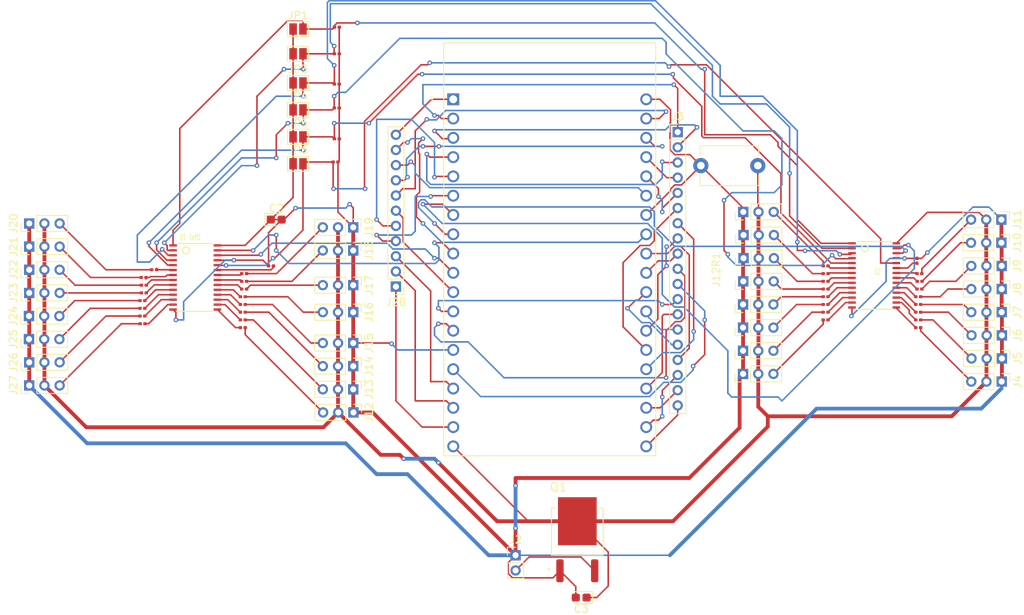
<source format=kicad_pcb>
(kicad_pcb (version 20240108) (generator "pcbnew") (generator_version "8.0")
  (layers (0 "F.Cu" signal) (31 "B.Cu" signal) (34 "B.Paste" user) (35 "F.Paste" user) (36 "B.SilkS" user "B.Silkscreen") (37 "F.SilkS" user "F.Silkscreen") (38 "B.Mask" user) (39 "F.Mask" user) (44 "Edge.Cuts" user))
  (net 0 "")
  (net 1 "GND")
  (net 2 "5.0V")
  (net 3 "Net-(J2-Pin_2)")
  (net 4 "Net-(J3-Pin_2)")
  (net 5 "Net-(J3-Pin_3)")
  (net 6 "Net-(J3-Pin_1)")
  (net 7 "Net-(J5-Pin_3)")
  (net 8 "Net-(J6-Pin_3)")
  (net 9 "Net-(J7-Pin_3)")
  (net 10 "Net-(J8-Pin_3)")
  (net 11 "Net-(J9-Pin_3)")
  (net 12 "Net-(J10-Pin_3)")
  (net 13 "Net-(J10R1-Pin_3)")
  (net 14 "Net-(J11-Pin_3)")
  (net 15 "Net-(J11R1-Pin_3)")
  (net 16 "Net-(J12-Pin_3)")
  (net 17 "Net-(J12R1-Pin_3)")
  (net 18 "Net-(J13-Pin_3)")
  (net 19 "Net-(J13R1-Pin_3)")
  (net 20 "Net-(J14-Pin_3)")
  (net 21 "Net-(J14R1-Pin_3)")
  (net 22 "Net-(J15-Pin_3)")
  (net 23 "Net-(J15R1-Pin_3)")
  (net 24 "Net-(J16-Pin_3)")
  (net 25 "Net-(J16R1-Pin_3)")
  (net 26 "Net-(J17-Pin_3)")
  (net 27 "Net-(J17R1-Pin_3)")
  (net 28 "Net-(J18-Pin_3)")
  (net 29 "Net-(J19-Pin_3)")
  (net 30 "Net-(J20-Pin_3)")
  (net 31 "Net-(J21-Pin_3)")
  (net 32 "Net-(J22-Pin_3)")
  (net 33 "Net-(J23-Pin_3)")
  (net 34 "Net-(J24-Pin_3)")
  (net 35 "Net-(J25-Pin_3)")
  (net 36 "Net-(J26-Pin_3)")
  (net 37 "Net-(J27-Pin_3)")
  (net 38 "Net-(J28-Pin_2)")
  (net 39 "Net-(J28-Pin_1)")
  (net 40 "Net-(J28-Pin_3)")
  (net 41 "A0")
  (net 42 "A1")
  (net 43 "A2")
  (net 44 "A3")
  (net 45 "A4")
  (net 46 "A5")
  (net 47 "Net-(U2-#OE)")
  (net 48 "Net-(U1-Left1-#OE)")
  (net 49 "PWM8")
  (net 50 "PWM9")
  (net 51 "PWM10")
  (net 52 "PWM11")
  (net 53 "PWM12")
  (net 54 "PWM13")
  (net 55 "PWM14")
  (net 56 "PWM15")
  (net 57 "PWM0")
  (net 58 "PWM1")
  (net 59 "PWM2")
  (net 60 "PWM3")
  (net 61 "PWM4")
  (net 62 "PWM5")
  (net 63 "PWM6")
  (net 64 "PWM7")
  (net 65 "PWM8B")
  (net 66 "PWM9B")
  (net 67 "PWM10B")
  (net 68 "PWM11B")
  (net 69 "PWM12B")
  (net 70 "PWM13B")
  (net 71 "PWM14B")
  (net 72 "PWM15B")
  (net 73 "PWM0B")
  (net 74 "PWM1B")
  (net 75 "PWM2B")
  (net 76 "PWM3B")
  (net 77 "PWM4B")
  (net 78 "PWM5B")
  (net 79 "PWM6B")
  (net 80 "PWM7B")
  (net 81 "SDA0")
  (net 82 "SCL0")
  (net 83 "Net-(J3-Pin_8)")
  (net 84 "Net-(J3-Pin_17)")
  (net 85 "Net-(J3-Pin_14)")
  (net 86 "Net-(J3-Pin_6)")
  (net 87 "Net-(J3-Pin_9)")
  (net 88 "Net-(J28-Pin_4)")
  (net 89 "SCL1")
  (net 90 "Net-(J28-Pin_8)")
  (net 91 "Net-(J28-Pin_10)")
  (net 92 "Net-(J3-Pin_18)")
  (net 93 "Net-(J3-Pin_19)")
  (net 94 "Net-(J3-Pin_4)")
  (net 95 "Net-(J3-Pin_12)")
  (net 96 "Net-(J28-Pin_9)")
  (net 97 "Net-(J3-Pin_11)")
  (net 98 "Net-(J28-Pin_6)")
  (net 99 "Net-(J3-Pin_5)")
  (net 100 "Net-(J28-Pin_5)")
  (net 101 "Net-(J3-Pin_7)")
  (net 102 "Net-(J3-Pin_10)")
  (net 103 "Net-(J3-Pin_15)")
  (net 104 "SDA1")
  (net 105 "Net-(J3-Pin_13)")
  (net 106 "Net-(J3-Pin_16)")
  (net 107 "Net-(J28-Pin_7)")
  (net 108 "unconnected-(J28-Pin_11-Pad11)")
  (net 109 "Net-(J4-Pin_3)")
  (footprint "Jumper:SolderJumper-2_P1.3mm_Open_Pad1.0x1.5mm" (layer "F.Cu") (at 117.672 55.149)
    (property "Reference" "JP3")
    (property "Value" "SolderJumper_2_Open" (hide yes))
  )
  (footprint "Connector_PinHeader_2.00mm:PinHeader_1x02_P2.00mm_Vertical" (layer "F.Cu") (at 146.304 117.364)
    (property "Reference" "J2")
    (property "Value" "Screw_Terminal_01x02")
  )
  (footprint "Connector_PinHeader_2.00mm:PinHeader_1x03_P2.00mm_Vertical" (layer "F.Cu") (at 176.276 81.28 90)
    (property "Reference" "J13R1" (hide yes))
    (property "Value" "Conn_01x03_Pin" (hide yes))
  )
  (footprint "Capacitor_Tantalum_SMD:CP_EIA-1608-08_AVX-J" (layer "F.Cu") (at 114.808 73.152)
    (property "Reference" "C2")
    (property "Value" "C")
  )
  (footprint "Resistor_SMD:R_0201_0603Metric" (layer "F.Cu") (at 97.348 80.772 180)
    (property "Reference" "R34" (hide yes))
    (property "Value" "R" (hide yes))
  )
  (footprint "Resistor_SMD:R_0201_0603Metric" (layer "F.Cu") (at 110.581 82.296)
    (property "Reference" "R30" (hide yes))
    (property "Value" "R" (hide yes))
  )
  (footprint "Resistor_SMD:R_0201_0603Metric" (layer "F.Cu") (at 114.112 79.248)
    (property "Reference" "R2" (hide yes))
    (property "Value" "R" (hide yes))
  )
  (footprint "Connector_PinHeader_2.00mm:PinHeader_1x03_P2.00mm_Vertical" (layer "F.Cu") (at 82.264 85.852 90)
    (property "Reference" "J24")
    (property "Value" "Conn_01x03_Pin" (hide yes))
  )
  (footprint "Resistor_SMD:R_0201_0603Metric" (layer "F.Cu") (at 110.399 87.376)
    (property "Reference" "R25" (hide yes))
    (property "Value" "R" (hide yes))
  )
  (footprint "Resistor_SMD:R_0201_0603Metric" (layer "F.Cu") (at 122.773 55.308)
    (property "Reference" "R6" (hide yes))
    (property "Value" "R" (hide yes))
  )
  (footprint "Connector_PinHeader_2.00mm:PinHeader_1x03_P2.00mm_Vertical" (layer "F.Cu") (at 176.244 87.376 90)
    (property "Reference" "J15R1" (hide yes))
    (property "Value" "Conn_01x03_Pin" (hide yes))
  )
  (footprint "Resistor_SMD:R_0201_0603Metric" (layer "F.Cu") (at 199.481 81.28)
    (property "Reference" "R15" (hide yes))
    (property "Value" "R" (hide yes))
  )
  (footprint "Resistor_SMD:R_0201_0603Metric" (layer "F.Cu") (at 122.61 65.56)
    (property "Reference" "R3" (hide yes))
    (property "Value" "R" (hide yes))
  )
  (footprint "Resistor_SMD:R_0201_0603Metric" (layer "F.Cu") (at 187.107 84.328 180)
    (property "Reference" "R22" (hide yes))
    (property "Value" "R")
  )
  (footprint "Resistor_SMD:R_0201_0603Metric" (layer "F.Cu") (at 122.773 51.308)
    (property "Reference" "R7" (hide yes))
    (property "Value" "RJP2" (hide yes))
  )
  (footprint "Resistor_SMD:R_0201_0603Metric" (layer "F.Cu") (at 187.107 85.344 180)
    (property "Reference" "R23" (hide yes))
    (property "Value" "R")
  )
  (footprint "Connector_PinHeader_2.00mm:PinHeader_1x03_P2.00mm_Vertical" (layer "F.Cu") (at 124.936 74.168 -90)
    (property "Reference" "J19")
    (property "Value" "Conn_01x03_Pin")
  )
  (footprint "Resistor_SMD:R_0201_0603Metric" (layer "F.Cu") (at 122.773 62.512)
    (property "Reference" "R4" (hide yes))
    (property "Value" "R" (hide yes))
  )
  (footprint "Jumper:SolderJumper-2_P1.3mm_Open_Pad1.0x1.5mm" (layer "F.Cu") (at 117.672 65.799)
    (property "Reference" "JP6")
    (property "Value" "SolderJumper_2_Open" (hide yes))
  )
  (footprint "Resistor_SMD:R_0201_0603Metric" (layer "F.Cu") (at 187.107 79.248 180)
    (property "Reference" "R17" (hide yes))
    (property "Value" "R")
  )
  (footprint "Connector_PinHeader_2.00mm:PinHeader_1x03_P2.00mm_Vertical" (layer "F.Cu") (at 176.244 84.328 90)
    (property "Reference" "J14R1" (hide yes))
    (property "Value" "Conn_01x03_Pin" (hide yes))
  )
  (footprint "Connector_PinHeader_2.00mm:PinHeader_1x03_P2.00mm_Vertical" (layer "F.Cu") (at 82.264 88.9 90)
    (property "Reference" "J25")
    (property "Value" "Conn_01x03_Pin" (hide yes))
  )
  (footprint "Jumper:SolderJumper-2_P1.3mm_Open_Pad1.0x1.5mm" (layer "F.Cu") (at 117.672 62.249)
    (property "Reference" "JP5")
    (property "Value" "SolderJumper_2_Open" (hide yes))
  )
  (footprint "Resistor_SMD:R_0201_0603Metric" (layer "F.Cu") (at 122.773 47.808)
    (property "Reference" "R8J1" (hide yes))
    (property "Value" "RJP1" (hide yes))
  )
  (footprint "Connector_PinHeader_2.00mm:PinHeader_1x03_P2.00mm_Vertical" (layer "F.Cu") (at 124.936 77.216 -90)
    (property "Reference" "J18")
    (property "Value" "Conn_01x03_Pin")
  )
  (footprint "Connector_PinHeader_2.00mm:PinHeader_1x03_P2.00mm_Vertical" (layer "F.Cu") (at 124.968 98.552 -90)
    (property "Reference" "J12")
    (property "Value" "Conn_01x03_Pin" (hide yes))
  )
  (footprint "Resistor_SMD:R_0201_0603Metric" (layer "F.Cu") (at 110.399 86.36)
    (property "Reference" "R26" (hide yes))
    (property "Value" "R" (hide yes))
  )
  (footprint "Resistor_SMD:R_0201_0603Metric" (layer "F.Cu") (at 110.581 80.264)
    (property "Reference" "R32" (hide yes))
    (property "Value" "R" (hide yes))
  )
  (footprint "Resistor_SMD:R_0201_0603Metric" (layer "F.Cu") (at 122.773 58.448)
    (property "Reference" "R5" (hide yes))
    (property "Value" "R" (hide yes))
  )
  (footprint "Resistor_SMD:R_0201_0603Metric" (layer "F.Cu") (at 110.581 81.28)
    (property "Reference" "R31" (hide yes))
    (property "Value" "R" (hide yes))
  )
  (footprint "Resistor_SMD:R_0201_0603Metric" (layer "F.Cu") (at 187.107 81.28 180)
    (property "Reference" "R19" (hide yes))
    (property "Value" "R")
  )
  (footprint "Connector_PinHeader_2.00mm:PinHeader_1x03_P2.00mm_Vertical" (layer "F.Cu") (at 82.296 79.756 90)
    (property "Reference" "J22")
    (property "Value" "Conn_01x03_Pin")
  )
  (footprint "Resistor_SMD:R_0201_0603Metric" (layer "F.Cu") (at 97.216 86.868 180)
    (property "Reference" "R40" (hide yes))
    (property "Value" "R" (hide yes))
  )
  (footprint "Connector_PinHeader_2.00mm:PinHeader_1x19_P2.00mm_Vertical" (layer "F.Cu") (at 167.64 61.628)
    (property "Reference" "J3")
    (property "Value" "Conn_01x19_Pin")
  )
  (footprint "Connector_PinHeader_2.00mm:PinHeader_1x03_P2.00mm_Vertical" (layer "F.Cu") (at 82.296 73.66 90)
    (property "Reference" "J20")
    (property "Value" "Conn_01x03_Pin")
  )
  (footprint "Connector_PinHeader_2.00mm:PinHeader_1x03_P2.00mm_Vertical" (layer "F.Cu") (at 210.28 94.488 -90)
    (property "Reference" "J4")
    (property "Value" "Conn_01x03_Pin" (hide yes))
  )
  (footprint "Connector_PinHeader_2.00mm:PinHeader_1x03_P2.00mm_Vertical" (layer "F.Cu") (at 82.296 82.804 90)
    (property "Reference" "J23")
    (property "Value" "Conn_01x03_Pin")
  )
  (footprint "Resistor_SMD:R_0201_0603Metric" (layer "F.Cu") (at 110.399 84.328)
    (property "Reference" "R28" (hide yes))
    (property "Value" "R" (hide yes))
  )
  (footprint "Connector_PinHeader_2.00mm:PinHeader_1x03_P2.00mm_Vertical" (layer "F.Cu") (at 210.28 85.344 -90)
    (property "Reference" "J7")
    (property "Value" "Conn_01x03_Pin")
  )
  (footprint "Jumper:SolderJumper-2_P1.3mm_Open_Pad1.0x1.5mm" (layer "F.Cu") (at 117.672 48.049)
    (property "Reference" "JP1")
    (property "Value" "SolderJumper_2_Open" (hide yes))
  )
  (footprint "Resistor_SMD:R_0201_0603Metric" (layer "F.Cu") (at 97.191 83.82 180)
    (property "Reference" "R37" (hide yes))
    (property "Value" "R" (hide yes))
  )
  (footprint "Resistor_SMD:R_0201_0603Metric" (layer "F.Cu") (at 199.136 78.577 -90)
    (property "Reference" "R1" (hide yes))
    (property "Value" "R" (hide yes))
  )
  (footprint "Connector_PinHeader_2.00mm:PinHeader_1x03_P2.00mm_Vertical" (layer "F.Cu") (at 210.248 76.2 -90)
    (property "Reference" "J10")
    (property "Value" "Conn_01x03_Pin")
  )
  (footprint "Connector_PinHeader_2.00mm:PinHeader_1x03_P2.00mm_Vertical" (layer "F.Cu") (at 124.936 95.504 -90)
    (property "Reference" "J13")
    (property "Value" "Conn_01x03_Pin")
  )
  (footprint "Connector_PinHeader_2.00mm:PinHeader_1x03_P2.00mm_Vertical" (layer "F.Cu") (at 176.276 72.136 90)
    (property "Reference" "J10R1" (hide yes))
    (property "Value" "Conn_01x03_Pin" (hide yes))
  )
  (footprint "Connector_PinHeader_2.00mm:PinHeader_1x03_P2.00mm_Vertical" (layer "F.Cu") (at 82.296 91.948 90)
    (property "Reference" "J26")
    (property "Value" "Conn_01x03_Pin" (hide yes))
  )
  (footprint "Connector_PinHeader_2.00mm:PinHeader_1x03_P2.00mm_Vertical" (layer "F.Cu") (at 176.244 90.424 90)
    (property "Reference" "J16R1" (hide yes))
    (property "Value" "Conn_01x03_Pin" (hide yes))
  )
  (footprint "Resistor_SMD:R_0201_0603Metric" (layer "F.Cu") (at 199.299 87.376)
    (property "Reference" "R8" (hide yes))
    (property "Value" "R" (hide yes))
  )
  (footprint "Resistor_SMD:R_0201_0603Metric" (layer "F.Cu") (at 187.107 83.312 180)
    (property "Reference" "R21" (hide yes))
    (property "Value" "R")
  )
  (footprint "Resistor_SMD:R_0201_0603Metric" (layer "F.Cu") (at 199.299 83.312)
    (property "Reference" "R13" (hide yes))
    (property "Value" "R" (hide yes))
  )
  (footprint "Resistor_SMD:R_0201_0603Metric" (layer "F.Cu") (at 97.191 85.852 180)
    (property "Reference" "R39" (hide yes))
    (property "Value" "R" (hide yes))
  )
  (footprint "Connector_PinHeader_2.00mm:PinHeader_1x03_P2.00mm_Vertical" (layer "F.Cu") (at 124.936 92.456 -90)
    (property "Reference" "J14")
    (property "Value" "Conn_01x03_Pin")
  )
  (footprint "Connector_PinHeader_2.00mm:PinHeader_1x03_P2.00mm_Vertical" (layer "F.Cu") (at 176.308 78.232 90)
    (property "Reference" "J12R1")
    (property "Value" "Conn_01x03_Pin" (hide yes))
  )
  (footprint "Resistor_SMD:R_0201_0603Metric" (layer "F.Cu") (at 97.373 81.788 180)
    (property "Reference" "R35" (hide yes))
    (property "Value" "R" (hide yes))
  )
  (footprint "Resistor_SMD:R_0201_0603Metric" (layer "F.Cu") (at 97.373 82.804 180)
    (property "Reference" "R36" (hide yes))
    (property "Value" "R" (hide yes))
  )
  (footprint "Resistor_SMD:R_0201_0603Metric" (layer "F.Cu") (at 199.299 84.328)
    (property "Reference" "R12" (hide yes))
    (property "Value" "R" (hide yes))
  )
  (footprint "Resistor_SMD:R_0201_0603Metric" (layer "F.Cu") (at 199.299 86.36)
    (property "Reference" "R10" (hide yes))
    (property "Value" "R" (hide yes))
  )
  (footprint "Resistor_SMD:R_0201_0603Metric" (layer "F.Cu") (at 97.191 84.836 180)
    (property "Reference" "R38" (hide yes))
    (property "Value" "R" (hide yes))
  )
  (footprint "PCA9685:TSSOP28" (layer "F.Cu") (at 193.5 80.5 -90)
    (property "Reference" "U2")
    (property "Value" "PCA9685")
  )
  (footprint "Resistor_SMD:R_0201_0603Metric" (layer "F.Cu") (at 110.399 85.344)
    (property "Reference" "R27" (hide yes))
    (property "Value" "R" (hide yes))
  )
  (footprint "Resistor_SMD:R_0201_0603Metric" (layer "F.Cu") (at 110.399 83.312)
    (property "Reference" "R29" (hide yes))
    (property "Value" "R" (hide yes))
  )
  (footprint "Capacitor_Tantalum_SMD:CP_EIA-1608-08_AVX-J" (layer "F.Cu") (at 154.94 122.936 180)
    (property "Reference" "C3")
    (property "Value" "C")
  )
  (footprint "Resistor_SMD:R_0201_0603Metric" (layer "F.Cu") (at 187.107 80.264 180)
    (property "Reference" "R18" (hide yes))
    (property "Value" "R")
  )
  (footprint "Connector_PinHeader_2.00mm:PinHeader_1x03_P2.00mm_Vertical" (layer "F.Cu") (at 176.244 93.472 90)
    (property "Reference" "J17R1" (hide yes))
    (property "Value" "Conn_01x03_Pin" (hide yes))
  )
  (footprint "Connector_PinHeader_2.00mm:PinHeader_1x03_P2.00mm_Vertical" (layer "F.Cu") (at 210.312 91.44 -90)
    (property "Reference" "J5")
    (property "Value" "Conn_01x03_Pin" (hide yes))
  )
  (footprint "Resistor_SMD:R_0201_0603Metric" (layer "F.Cu") (at 98.74 79.756 180)
    (property "Reference" "R33" (hide yes))
    (property "Value" "R" (hide yes))
  )
  (footprint "Jumper:SolderJumper-2_P1.3mm_Open_Pad1.0x1.5mm" (layer "F.Cu") (at 117.672 58.699)
    (property "Reference" "JP4")
    (property "Value" "SolderJumper_2_Open" (hide yes))
  )
  (footprint "Connector_PinHeader_2.00mm:PinHeader_1x03_P2.00mm_Vertical" (layer "F.Cu") (at 176.308 75.184 90)
    (property "Reference" "J11R1" (hide yes))
    (property "Value" "Conn_01x03_Pin" (hide yes))
  )
  (footprint "Connector_PinHeader_2.00mm:PinHeader_1x03_P2.00mm_Vertical" (layer "F.Cu") (at 124.936 89.408 -90)
    (property "Reference" "J15")
    (property "Value" "Conn_01x03_Pin")
  )
  (footprint "Connector_PinHeader_2.00mm:PinHeader_1x03_P2.00mm_Vertical" (layer "F.Cu") (at 210.312 88.392 -90)
    (property "Reference" "J6")
    (property "Value" "Conn_01x03_Pin")
  )
  (footprint "Resistor_SMD:R_0201_0603Metric" (layer "F.Cu") (at 199.456 80.264)
    (property "Reference" "R16" (hide yes))
    (property "Value" "R" (hide yes))
  )
  (footprint "Resistor_SMD:R_0201_0603Metric" (layer "F.Cu") (at 199.456 82.296)
    (property "Reference" "R14" (hide yes))
    (property "Value" "R" (hide yes))
  )
  (footprint "Resistor_SMD:R_0201_0603Metric" (layer "F.Cu") (at 187.107 86.36 180)
    (property "Reference" "R24" (hide yes))
    (property "Value" "R")
  )
  (footprint "Resistor_SMD:R_0201_0603Metric" (layer "F.Cu") (at 199.299 85.344)
    (property "Reference" "R11" (hide yes))
    (property "Value" "R" (hide yes))
  )
  (footprint "Connector_PinHeader_2.00mm:PinHeader_1x03_P2.00mm_Vertical" (layer "F.Cu") (at 124.936 81.788 -90)
    (property "Reference" "J17")
    (property "Value" "Conn_01x03_Pin")
  )
  (footprint "Connector_PinHeader_2.00mm:PinHeader_1x11_P2.00mm_Vertical" (layer "F.Cu") (at 130.556 81.976 180)
    (property "Reference" "J28")
    (property "Value" "Conn_01x11_Pin" (hide yes))
  )
  (footprint "Connector_PinHeader_2.00mm:PinHeader_1x03_P2.00mm_Vertical" (layer "F.Cu") (at 82.296 94.996 90)
    (property "Reference" "J27")
    (property "Value" "Conn_01x03_Pin" (hide yes))
  )
  (footprint "Capacitor_THT:C_Disc_D7.5mm_W5.0mm_P7.50mm" (layer "F.Cu") (at 178.188 66.04 180)
    (property "Reference" "C1" (hide yes))
    (property "Value" "C")
  )
  (footprint "Connector_PinHeader_2.00mm:PinHeader_1x03_P2.00mm_Vertical" (layer "F.Cu") (at 210.28 82.296 -90)
    (property "Reference" "J8")
    (property "Value" "Conn_01x03_Pin")
  )
  (footprint "Jumper:SolderJumper-2_P1.3mm_Open_Pad1.0x1.5mm" (layer "F.Cu") (at 117.672 51.308)
    (property "Reference" "JP2" (hide yes))
    (property "Value" "SolderJumper_2_Open" (hide yes))
  )
  (footprint "Connector_PinHeader_2.00mm:PinHeader_1x03_P2.00mm_Vertical" (layer "F.Cu") (at 210.28 79.248 -90)
    (property "Reference" "J9")
    (property "Value" "Conn_01x03_Pin")
  )
  (footprint "Connector_PinHeader_2.00mm:PinHeader_1x03_P2.00mm_Vertical" (layer "F.Cu") (at 210.248 73.152 -90)
    (property "Reference" "J11")
    (property "Value" "Conn_01x03_Pin")
  )
  (footprint "AOD417:DPAK228P994X240_3N" (layer "F.Cu") (at 154.432 115.316)
    (property "Reference" "Q1")
    (property "Value" "AOD417")
  )
  (footprint "Resistor_SMD:R_0201_0603Metric" (layer "F.Cu") (at 187.107 82.296 180)
    (property "Reference" "R20" (hide yes))
    (property "Value" "R")
  )
  (footprint "Connector_PinHeader_2.00mm:PinHeader_1x03_P2.00mm_Vertical" (layer "F.Cu") (at 82.296 76.708 90)
    (property "Reference" "J21")
    (property "Value" "Conn_01x03_Pin" (hide yes))
  )
  (footprint "ESP32-DEVKITC-32UE:ESPRESSIF_ESP32-DEVKITC-32UE" (layer "F.Cu") (at 150.8 80.16)
    (property "Reference" "U3" (hide yes))
    (property "Value" "ESP32-DEVKITC-32UE")
  )
  (footprint "PCA9685:TSSOP28" (layer "F.Cu") (at 104.14 80.772 -90)
    (property "Reference" "U1-Left1")
    (property "Value" "PCA9685")
  )
  (footprint "Connector_PinHeader_2.00mm:PinHeader_1x03_P2.00mm_Vertical" (layer "F.Cu") (at 124.936 85.344 -90)
    (property "Reference" "J16")
    (property "Value" "Conn_01x03_Pin")
  )
  (segment (start 122.93 65.56) (end 122.93 72.162) (width 0.2) (layer "F.Cu") (net 1))
  (segment (start 82.296 94.996) (end 82.296 73.66) (width 0.5) (layer "F.Cu") (net 1))
  (segment (start 117.022 62.249) (end 117.022 58.699) (width 0.2) (layer "F.Cu") (net 1))
  (segment (start 117.022 55.149) (end 117.022 51.308) (width 0.2) (layer "F.Cu") (net 1))
  (segment (start 123.093 47.808) (end 123.093 51.308) (width 0.2) (layer "F.Cu") (net 1))
  (segment (start 167.244426 68.583) (end 168.145 68.583) (width 0.2) (layer "F.Cu") (net 1))
  (segment (start 117.022 55.149) (end 117.022 58.699) (width 0.2) (layer "F.Cu") (net 1))
  (segment (start 123.093 65.397) (end 122.93 65.56) (width 0.2) (layer "F.Cu") (net 1))
  (segment (start 175.796 93.92) (end 175.796 100.556) (width 0.5) (layer "F.Cu") (net 1))
  (segment (start 113.792 74.8805) (end 113.792 79.248) (width 0.2) (layer "F.Cu") (net 1))
  (segment (start 110.7005 76.547) (end 114.0955 73.152) (width 0.2) (layer "F.Cu") (net 1))
  (segment (start 117.022 70.2255) (end 114.0955 73.152) (width 0.2) (layer "F.Cu") (net 1))
  (segment (start 210.312 85.852) (end 210.312 88.392) (width 0.5) (layer "F.Cu") (net 1))
  (segment (start 115.5205 73.152) (end 113.792 74.8805) (width 0.2) (layer "F.Cu") (net 1))
  (segment (start 210.312 91.44) (end 210.312 94.456) (width 0.5) (layer "F.Cu") (net 1))
  (segment (start 176.276 72.136) (end 176.276 71.628) (width 0.2) (layer "F.Cu") (net 1))
  (segment (start 107.0578 76.547) (end 110.7005 76.547) (width 0.2) (layer "F.Cu") (net 1))
  (segment (start 115.824 73.152) (end 117.348 71.628) (width 0.2) (layer "F.Cu") (net 1))
  (segment (start 210.28 79.248) (end 210.28 82.296) (width 0.5) (layer "F.Cu") (net 1))
  (segment (start 210.248 76.644) (end 210.28 76.676) (width 0.2) (layer "F.Cu") (net 1))
  (segment (start 127.492 98.552) (end 146.304 117.364) (width 0.5) (layer "F.Cu") (net 1))
  (segment (start 168.145 68.583) (end 170.688 66.04) (width 0.2) (layer "F.Cu") (net 1))
  (segment (start 169.164 107.188) (end 146.304 107.188) (width 0.5) (layer "F.Cu") (net 1))
  (segment (start 124.968 98.552) (end 124.968 98.044) (width 0.2) (layer "F.Cu") (net 1))
  (segment (start 210.312 94.456) (end 210.28 94.488) (width 0.2) (layer "F.Cu") (net 1))
  (segment (start 166.685 69.355) (end 166.685 69.142426) (width 0.2) (layer "F.Cu") (net 1))
  (segment (start 196.4178 78.225) (end 196.4498 78.257) (width 0.2) (layer "F.Cu") (net 1))
  (segment (start 129.884 89.408) (end 129.976 89.5) (width 0.2) (layer "F.Cu") (net 1))
  (segment (start 166.624 63.962574) (end 167.244426 64.583) (width 0.2) (layer "F.Cu") (net 1))
  (segment (start 151.213 120.339) (end 152.146 119.406) (width 0.2) (layer "F.Cu") (net 1))
  (segment (start 117.022 62.249) (end 117.022 65.799) (width 0.2) (layer "F.Cu") (net 1))
  (segment (start 210.248 73.152) (end 210.248 76.2) (width 0.5) (layer "F.Cu") (net 1))
  (segment (start 166.624 60.452) (end 166.624 63.962574) (width 0.2) (layer "F.Cu") (net 1))
  (segment (start 109.22 78.497) (end 113.041 78.497) (width 0.2) (layer "F.Cu") (net 1))
  (segment (start 199.743 78.257) (end 200.5 77.5) (width 0.2) (layer "F.Cu") (net 1))
  (segment (start 123.093 62.512) (end 123.093 65.397) (width 0.2) (layer "F.Cu") (net 1))
  (segment (start 124.936 71.596) (end 124.46 71.12) (width 0.2) (layer "F.Cu") (net 1))
  (segment (start 146.304 113.792) (end 146.304 117.364) (width 0.5) (layer "F.Cu") (net 1))
  (segment (start 163.5 57.3) (end 165.308244 57.3) (width 0.2) (layer "F.Cu") (net 1))
  (segment (start 146.304 117.364) (end 145.329 118.339) (width 0.2) (layer "F.Cu") (net 1))
  (segment (start 176.244 93.472) (end 176.244 72.168) (width 0.5) (layer "F.Cu") (net 1))
  (segment (start 124.936 89.408) (end 129.884 89.408) (width 0.2) (layer "F.Cu") (net 1))
  (segment (start 190.5822 85.7698) (end 190.5 85.852) (width 0.2) (layer "F.Cu") (net 1))
  (segment (start 199.136 78.257) (end 199.743 78.257) (width 0.2) (layer "F.Cu") (net 1))
  (segment (start 165.308244 57.3) (end 166.696 58.687756) (width 0.2) (layer "F.Cu") (net 1))
  (segment (start 197.5 78.257) (end 199.136 78.257) (width 0.2) (layer "F.Cu") (net 1))
  (segment (start 124.968 98.552) (end 127.492 98.552) (width 0.5) (layer "F.Cu") (net 1))
  (segment (start 145.329 119.767859) (end 145.900141 120.339) (width 0.2) (layer "F.Cu") (net 1))
  (segment (start 196.4498 78.257) (end 197.5 78.257) (width 0.2) (layer "F.Cu") (net 1))
  (segment (start 145.329 118.339) (end 145.329 119.767859) (width 0.2) (layer "F.Cu") (net 1))
  (segment (start 210.312 88.392) (end 210.312 91.44) (width 0.5) (layer "F.Cu") (net 1))
  (segment (start 124.936 98.012) (end 124.936 74.168) (width 0.5) (layer "F.Cu") (net 1))
  (segment (start 210.248 76.2) (end 210.248 76.644) (width 0.2) (layer "F.Cu") (net 1))
  (segment (start 210.28 82.296) (end 210.28 85.344) (width 0.5) (layer "F.Cu") (net 1))
  (segment (start 124.936 74.168) (end 124.936 71.596) (width 0.2) (layer "F.Cu") (net 1))
  (segment (start 176.244 72.168) (end 176.276 72.136) (width 0.2) (layer "F.Cu") (net 1))
  (segment (start 117.022 48.049) (end 117.022 51.308) (width 0.2) (layer "F.Cu") (net 1))
  (segment (start 145.900141 120.339) (end 151.213 120.339) (width 0.2) (layer "F.Cu") (net 1))
  (segment (start 123.093 51.308) (end 123.093 55.308) (width 0.2) (layer "F.Cu") (net 1))
  (segment (start 113.041 78.497) (end 113.792 79.248) (width 0.2) (layer "F.Cu") (net 1))
  (segment (start 146.304 107.188) (end 146.304 108.204) (width 0.5) (layer "F.Cu") (net 1))
  (segment (start 190.5822 84.725) (end 190.5822 85.7698) (width 0.2) (layer "F.Cu") (net 1))
  (segment (start 122.93 72.162) (end 124.936 74.168) (width 0.2) (layer "F.Cu") (net 1))
  (segment (start 107.0578 78.497) (end 109.22 78.497) (width 0.2) (layer "F.Cu") (net 1))
  (segment (start 101.6 86.36) (end 101.6 85.3748) (width 0.2) (layer "F.Cu") (net 1))
  (segment (start 114.0955 73.152) (end 115.5205 73.152) (width 0.2) (layer "F.Cu") (net 1))
  (segment (start 115.5205 73.152) (end 115.824 73.152) (width 0.2) (layer "F.Cu") (net 1))
  (segment (start 152.146 119.406) (end 154.2275 121.4875) (width 0.2) (layer "F.Cu") (net 1))
  (segment (start 210.28 85.82) (end 210.312 85.852) (width 0.2) (layer "F.Cu") (net 1))
  (segment (start 101.6 85.3748) (end 101.2222 84.997) (width 0.2) (layer "F.Cu") (net 1))
  (segment (start 170.76 65.58) (end 170.3 66.04) (width 0.2) (layer "F.Cu") (net 1))
  (segment (start 210.28 85.344) (end 210.28 85.82) (width 0.2) (layer "F.Cu") (net 1))
  (segment (start 163.5 72.54) (end 166.685 69.355) (width 0.2) (layer "F.Cu") (net 1))
  (segment (start 117.022 65.799) (end 117.022 70.2255) (width 0.2) (layer "F.Cu") (net 1))
  (segment (start 113.6485 72.705) (end 114.0955 73.152) (width 0.2) (layer "F.Cu") (net 1))
  (segment (start 154.2275 121.4875) (end 154.2275 122.936) (width 0.2) (layer "F.Cu") (net 1))
  (segment (start 176.276 71.628) (end 170.688 66.04) (width 0.2) (layer "F.Cu") (net 1))
  (segment (start 176.244 93.472) (end 175.796 93.92) (width 0.5) (layer "F.Cu") (net 1))
  (segment (start 123.093 58.448) (end 123.093 62.512) (width 0.2) (layer "F.Cu") (net 1))
  (segment (start 163.8 72.54) (end 163.5 72.54) (width 0.2) (layer "F.Cu") (net 1))
  (segment (start 166.696 60.38) (end 166.624 60.452) (width 0.2) (layer "F.Cu") (net 1))
  (segment (start 167.244426 64.583) (end 169.231 64.583) (width 0.2) (layer "F.Cu") (net 1))
  (segment (start 166.696 58.687756) (end 166.696 60.38) (width 0.2) (layer "F.Cu") (net 1))
  (segment (start 124.968 98.044) (end 124.936 98.012) (width 0.2) (layer "F.Cu") (net 1))
  (segment (start 169.231 64.583) (end 170.688 66.04) (width 0.2) (layer "F.Cu") (net 1))
  (segment (start 210.28 76.676) (end 210.28 79.248) (width 0.5) (layer "F.Cu") (net 1))
  (segment (start 166.685 69.142426) (end 167.244426 68.583) (width 0.2) (layer "F.Cu") (net 1))
  (segment (start 175.796 100.556) (end 169.164 107.188) (width 0.5) (layer "F.Cu") (net 1))
  (segment (start 123.093 55.308) (end 123.093 58.448) (width 0.2) (layer "F.Cu") (net 1))
  (via (at 200.5 77.5) (size 0.6) (drill 0.3) (layers "F.Cu" "B.Cu") (net 1))
  (via (at 146.304 113.792) (size 0.6) (drill 0.3) (layers "F.Cu" "B.Cu") (net 1))
  (via (at 109.22 78.497) (size 0.6) (drill 0.3) (layers "F.Cu" "B.Cu") (net 1))
  (via (at 124.46 71.12) (size 0.6) (drill 0.3) (layers "F.Cu" "B.Cu") (net 1))
  (via (at 146.304 108.204) (size 0.6) (drill 0.3) (layers "F.Cu" "B.Cu") (net 1))
  (via (at 129.976 89.5) (size 0.6) (drill 0.3) (layers "F.Cu" "B.Cu") (net 1))
  (via (at 101.6 86.36) (size 0.6) (drill 0.3) (layers "F.Cu" "B.Cu") (net 1))
  (via (at 117.348 71.628) (size 0.6) (drill 0.3) (layers "F.Cu" "B.Cu") (net 1))
  (via (at 197.5 78.257) (size 0.6) (drill 0.3) (layers "F.Cu" "B.Cu") (net 1))
  (via (at 190.5 85.852) (size 0.6) (drill 0.3) (layers "F.Cu" "B.Cu") (net 1))
  (segment (start 89.916 102.616) (end 123.952 102.616) (width 0.5) (layer "B.Cu") (net 1))
  (segment (start 195.555 78.257) (end 197.5 78.257) (width 0.2) (layer "B.Cu") (net 1))
  (segment (start 130.796 90.32) (end 138.1 90.32) (width 0.2) (layer "B.Cu") (net 1))
  (segment (start 210.248 73.152) (end 208.596 71.5) (width 0.2) (layer "B.Cu") (net 1))
  (segment (start 82.296 94.996) (end 89.916 102.616) (width 0.5) (layer "B.Cu") (net 1))
  (segment (start 195.072 81.28) (end 195.072 78.74) (width 0.2) (layer "B.Cu") (net 1))
  (segment (start 108.070756 78.497) (end 102.616 83.951756) (width 0.2) (layer "B.Cu") (net 1))
  (segment (start 123.952 71.628) (end 124.46 71.12) (width 0.2) (layer "B.Cu") (net 1))
  (segment (start 146.304 117.364) (end 166.608 117.364) (width 0.2) (layer "B.Cu") (net 1))
  (segment (start 117.348 71.628) (end 123.952 71.628) (width 0.2) (layer "B.Cu") (net 1))
  (segment (start 190.5 85.852) (end 195.072 81.28) (width 0.2) (layer "B.Cu") (net 1))
  (segment (start 128.016 106.68) (end 132.08 106.68) (width 0.5) (layer "B.Cu") (net 1))
  (segment (start 123.952 102.616) (end 128.016 106.68) (width 0.5) (layer "B.Cu") (net 1))
  (segment (start 109.22 78.497) (end 108.070756 78.497) (width 0.2) (layer "B.Cu") (net 1))
  (segment (start 146.304 108.204) (end 146.304 113.792) (width 0.5) (layer "B.Cu") (net 1))
  (segment (start 102.616 86.36) (end 101.6 86.36) (width 0.2) (layer "B.Cu") (net 1))
  (segment (start 207.599 98.044) (end 210.28 95.363) (width 0.5) (layer "B.Cu") (net 1))
  (segment (start 185.928 98.044) (end 207.599 98.044) (width 0.5) (layer "B.Cu") (net 1))
  (segment (start 208.596 71.5) (end 206.5 71.5) (width 0.2) (layer "B.Cu") (net 1))
  (segment (start 132.08 106.68) (end 142.764 117.364) (width 0.5) (layer "B.Cu") (net 1))
  (segment (start 206.5 71.5) (end 200.5 77.5) (width 0.2) (layer "B.Cu") (net 1))
  (segment (start 129.976 89.5) (end 130.796 90.32) (width 0.2) (layer "B.Cu") (net 1))
  (segment (start 166.608 117.364) (end 185.928 98.044) (width 0.5) (layer "B.Cu") (net 1))
  (segment (start 195.072 78.74) (end 195.555 78.257) (width 0.2) (layer "B.Cu") (net 1))
  (segment (start 210.28 95.363) (end 210.28 94.488) (width 0.2) (layer "B.Cu") (net 1))
  (segment (start 102.616 83.951756) (end 102.616 86.36) (width 0.2) (layer "B.Cu") (net 1))
  (segment (start 142.764 117.364) (end 146.304 117.364) (width 0.5) (layer "B.Cu") (net 1))
  (segment (start 178.276 72.136) (end 178.276 71.152) (width 0.2) (layer "F.Cu") (net 2))
  (segment (start 154.432 112.876) (end 158.496 116.94) (width 0.2) (layer "F.Cu") (net 2))
  (segment (start 158.496 121.412) (end 156.972 122.936) (width 0.2) (layer "F.Cu") (net 2))
  (segment (start 89.8 100.5) (end 84.296 94.996) (width 0.5) (layer "F.Cu") (net 2))
  (segment (start 178.244 90.424) (end 178.244 93.472) (width 0.5) (layer "F.Cu") (net 2))
  (segment (start 178.244 97.804) (end 179.5 99.06) (width 0.5) (layer "F.Cu") (net 2))
  (segment (start 121.02 100.5) (end 89.8 100.5) (width 0.5) (layer "F.Cu") (net 2))
  (segment (start 122.936 98.044) (end 122.936 74.168) (width 0.5) (layer "F.Cu") (net 2))
  (segment (start 158.496 116.94) (end 158.496 121.412) (width 0.2) (layer "F.Cu") (net 2))
  (segment (start 122.968 98.552) (end 121.02 100.5) (width 0.5) (layer "F.Cu") (net 2))
  (segment (start 178.244 90.424) (end 178.244 89.98) (width 0.2) (layer "F.Cu") (net 2))
  (segment (start 200.4958 72.197) (end 207.293 72.197) (width 0.2) (layer "F.Cu") (net 2))
  (segment (start 208.248 79.216) (end 208.28 79.248) (width 0.2) (layer "F.Cu") (net 2))
  (segment (start 178.244 89.98) (end 178.276 89.948) (width 0.2) (layer "F.Cu") (net 2))
  (segment (start 143.864 112.876) (end 136.144 105.156) (width 0.5) (layer "F.Cu") (net 2))
  (segment (start 122.968 98.076) (end 122.936 98.044) (width 0.2) (layer "F.Cu") (net 2))
  (segment (start 178.276 66.516) (end 177.8 66.04) (width 0.2) (layer "F.Cu") (net 2))
  (segment (start 208.28 79.248) (end 208.28 82.296) (width 0.5) (layer "F.Cu") (net 2))
  (segment (start 178.276 89.948) (end 178.276 72.136) (width 0.5) (layer "F.Cu") (net 2))
  (segment (start 179.5 100.408) (end 167.032 112.876) (width 0.5) (layer "F.Cu") (net 2))
  (segment (start 154.432 112.876) (end 147.956 112.876) (width 0.2) (layer "F.Cu") (net 2))
  (segment (start 154.432 112.876) (end 143.864 112.876) (width 0.5) (layer "F.Cu") (net 2))
  (segment (start 179.5 99.06) (end 179.5 100.408) (width 0.5) (layer "F.Cu") (net 2))
  (segment (start 156.972 122.936) (end 155.6525 122.936) (width 0.2) (layer "F.Cu") (net 2))
  (segment (start 207.293 72.197) (end 208.248 73.152) (width 0.2) (layer "F.Cu") (net 2))
  (segment (start 179.5 99.06) (end 203.708 99.06) (width 0.5) (layer "F.Cu") (net 2))
  (segment (start 203.708 99.06) (end 208.28 94.488) (width 0.5) (layer "F.Cu") (net 2))
  (segment (start 178.188 71.064) (end 178.188 66.04) (width 0.2) (layer "F.Cu") (net 2))
  (segment (start 131.064 104.14) (end 131.572 104.648) (width 0.5) (layer "F.Cu") (net 2))
  (segment (start 178.276 71.152) (end 178.188 71.064) (width 0.2) (layer "F.Cu") (net 2))
  (segment (start 122.968 98.552) (end 122.968 98.076) (width 0.2) (layer "F.Cu") (net 2))
  (segment (start 178.244 93.472) (end 178.244 97.804) (width 0.5) (layer "F.Cu") (net 2))
  (segment (start 128.556 104.14) (end 131.064 104.14) (width 0.5) (layer "F.Cu") (net 2))
  (segment (start 208.28 82.296) (end 208.28 94.488) (width 0.5) (layer "F.Cu") (net 2))
  (segment (start 167.032 112.876) (end 154.432 112.876) (width 0.5) (layer "F.Cu") (net 2))
  (segment (start 137.964 103.156) (end 138.1 103.02) (width 0.2) (layer "F.Cu") (net 2))
  (segment (start 208.248 76.2) (end 208.248 79.216) (width 0.5) (layer "F.Cu") (net 2))
  (segment (start 84.296 73.66) (end 84.296 94.996) (width 0.5) (layer "F.Cu") (net 2))
  (segment (start 147.956 112.876) (end 138.1 103.02) (width 0.2) (layer "F.Cu") (net 2))
  (segment (start 178.406 65.5) (end 177.866 66.04) (width 0.2) (layer "F.Cu") (net 2))
  (segment (start 196.4178 76.275) (end 200.4958 72.197) (width 0.2) (layer "F.Cu") (net 2))
  (segment (start 208.248 73.152) (end 208.248 76.2) (width 0.5) (layer "F.Cu") (net 2))
  (segment (start 122.968 98.552) (end 128.556 104.14) (width 0.5) (layer "F.Cu") (net 2))
  (via (at 136.144 105.156) (size 0.6) (drill 0.3) (layers "F.Cu" "B.Cu") (net 2))
  (via (at 131.572 104.648) (size 0.6) (drill 0.3) (layers "F.Cu" "B.Cu") (net 2))
  (segment (start 135.636 104.648) (end 131.572 104.648) (width 0.5) (layer "B.Cu") (net 2))
  (segment (start 136.144 105.156) (end 135.636 104.648) (width 0.5) (layer "B.Cu") (net 2))
  (segment (start 148.072 117.596) (end 154.908 117.596) (width 0.2) (layer "F.Cu") (net 3))
  (segment (start 154.908 117.596) (end 156.718 119.406) (width 0.2) (layer "F.Cu") (net 3))
  (segment (start 146.304 119.364) (end 148.072 117.596) (width 0.2) (layer "F.Cu") (net 3))
  (segment (start 137.98 62.5) (end 136.668 62.5) (width 0.2) (layer "F.Cu") (net 4))
  (segment (start 136.668 62.5) (end 135.636 61.468) (width 0.2) (layer "F.Cu") (net 4))
  (segment (start 167.64 63.538) (end 170.18 60.998) (width 0.2) (layer "F.Cu") (net 4))
  (segment (start 170.18 60.96) (end 170.18 60.998) (width 0.2) (layer "F.Cu") (net 4))
  (segment (start 137.98 62.5) (end 138.1 62.38) (width 0.2) (layer "F.Cu") (net 4))
  (segment (start 167.64 63.628) (end 167.64 63.538) (width 0.2) (layer "F.Cu") (net 4))
  (via (at 170.18 60.998) (size 0.6) (drill 0.3) (layers "F.Cu" "B.Cu") (net 4))
  (via (at 135.636 61.468) (size 0.6) (drill 0.3) (layers "F.Cu" "B.Cu") (net 4))
  (segment (start 166.685 60.673) (end 166.038 61.32) (width 0.2) (layer "B.Cu") (net 4))
  (segment (start 169.855 60.673) (end 166.685 60.673) (width 0.2) (layer "B.Cu") (net 4))
  (segment (start 170.18 60.998) (end 169.855 60.673) (width 0.2) (layer "B.Cu") (net 4))
  (segment (start 135.784 61.32) (end 135.636 61.468) (width 0.2) (layer "B.Cu") (net 4))
  (segment (start 166.038 61.32) (end 135.784 61.32) (width 0.2) (layer "B.Cu") (net 4))
  (segment (start 138.1 64.92) (end 135.024 64.92) (width 0.2) (layer "F.Cu") (net 5))
  (segment (start 165.704 65.628) (end 165.608 65.532) (width 0.2) (layer "F.Cu") (net 5))
  (segment (start 167.64 65.628) (end 165.704 65.628) (width 0.2) (layer "F.Cu") (net 5))
  (segment (start 135.024 64.92) (end 134.62 64.516) (width 0.2) (layer "F.Cu") (net 5))
  (via (at 165.608 65.532) (size 0.6) (drill 0.3) (layers "F.Cu" "B.Cu") (net 5))
  (via (at 134.62 64.516) (size 0.6) (drill 0.3) (layers "F.Cu" "B.Cu") (net 5))
  (segment (start 135.120933 68.52) (end 164.748 68.52) (width 0.2) (layer "B.Cu") (net 5))
  (segment (start 164.748 68.52) (end 165.608 67.66) (width 0.2) (layer "B.Cu") (net 5))
  (segment (start 165.608 67.66) (end 165.608 65.532) (width 0.2) (layer "B.Cu") (net 5))
  (segment (start 134.62 64.516) (end 134.62 68.019067) (width 0.2) (layer "B.Cu") (net 5))
  (segment (start 134.62 68.019067) (end 135.120933 68.52) (width 0.2) (layer "B.Cu") (net 5))
  (segment (start 167.64 55.88) (end 167.64 61.628) (width 0.2) (layer "F.Cu") (net 6))
  (segment (start 167.132 55.372) (end 167.64 55.88) (width 0.2) (layer "F.Cu") (net 6))
  (segment (start 136.548 59.84) (end 138.1 59.84) (width 0.2) (layer "F.Cu") (net 6))
  (segment (start 135.636 59.436) (end 136.144 59.436) (width 0.2) (layer "F.Cu") (net 6))
  (segment (start 136.144 59.436) (end 136.548 59.84) (width 0.2) (layer "F.Cu") (net 6))
  (via (at 135.636 59.436) (size 0.6) (drill 0.3) (layers "F.Cu" "B.Cu") (net 6))
  (via (at 167.132 55.372) (size 0.6) (drill 0.3) (layers "F.Cu" "B.Cu") (net 6))
  (segment (start 167.132 55.372) (end 134.112 55.372) (width 0.2) (layer "B.Cu") (net 6))
  (segment (start 134.112 57.912) (end 135.636 59.436) (width 0.2) (layer "B.Cu") (net 6))
  (segment (start 134.112 55.372) (end 134.112 57.912) (width 0.2) (layer "B.Cu") (net 6))
  (segment (start 201.232 86.36) (end 206.312 91.44) (width 0.2) (layer "F.Cu") (net 7))
  (segment (start 199.619 86.36) (end 201.232 86.36) (width 0.2) (layer "F.Cu") (net 7))
  (segment (start 206.312 88.392) (end 203.264 85.344) (width 0.2) (layer "F.Cu") (net 8))
  (segment (start 203.264 85.344) (end 199.619 85.344) (width 0.2) (layer "F.Cu") (net 8))
  (segment (start 205.264 84.328) (end 206.28 85.344) (width 0.2) (layer "F.Cu") (net 9))
  (segment (start 199.619 84.328) (end 205.264 84.328) (width 0.2) (layer "F.Cu") (net 9))
  (segment (start 203.2 82.296) (end 202.184 83.312) (width 0.2) (layer "F.Cu") (net 10))
  (segment (start 202.184 83.312) (end 199.619 83.312) (width 0.2) (layer "F.Cu") (net 10))
  (segment (start 206.28 82.296) (end 203.2 82.296) (width 0.2) (layer "F.Cu") (net 10))
  (segment (start 204.248 81.28) (end 206.28 79.248) (width 0.2) (layer "F.Cu") (net 11))
  (segment (start 199.776 82.296) (end 200.792 81.28) (width 0.2) (layer "F.Cu") (net 11))
  (segment (start 200.792 81.28) (end 204.248 81.28) (width 0.2) (layer "F.Cu") (net 11))
  (segment (start 204.881 76.2) (end 206.248 76.2) (width 0.2) (layer "F.Cu") (net 12))
  (segment (start 199.801 81.28) (end 204.881 76.2) (width 0.2) (layer "F.Cu") (net 12))
  (segment (start 186.787 78.647) (end 180.276 72.136) (width 0.2) (layer "F.Cu") (net 13))
  (segment (start 186.787 79.248) (end 186.787 78.647) (width 0.2) (layer "F.Cu") (net 13))
  (segment (start 199.776 79.624) (end 206.248 73.152) (width 0.2) (layer "F.Cu") (net 14))
  (segment (start 199.776 80.264) (end 199.776 79.624) (width 0.2) (layer "F.Cu") (net 14))
  (segment (start 185.388 80.264) (end 180.308 75.184) (width 0.2) (layer "F.Cu") (net 15))
  (segment (start 186.787 80.264) (end 185.388 80.264) (width 0.2) (layer "F.Cu") (net 15))
  (segment (start 110.719 88.303) (end 120.968 98.552) (width 0.2) (layer "F.Cu") (net 16))
  (segment (start 110.719 87.376) (end 110.719 88.303) (width 0.2) (layer "F.Cu") (net 16))
  (segment (start 183.356 81.28) (end 180.308 78.232) (width 0.2) (layer "F.Cu") (net 17))
  (segment (start 186.787 81.28) (end 183.356 81.28) (width 0.2) (layer "F.Cu") (net 17))
  (segment (start 110.719 86.36) (end 111.792 86.36) (width 0.2) (layer "F.Cu") (net 18))
  (segment (start 111.792 86.36) (end 120.936 95.504) (width 0.2) (layer "F.Cu") (net 18))
  (segment (start 186.787 82.296) (end 181.292 82.296) (width 0.2) (layer "F.Cu") (net 19))
  (segment (start 181.292 82.296) (end 180.276 81.28) (width 0.2) (layer "F.Cu") (net 19))
  (segment (start 120.936 92.456) (end 113.824 85.344) (width 0.2) (layer "F.Cu") (net 20))
  (segment (start 113.824 85.344) (end 110.719 85.344) (width 0.2) (layer "F.Cu") (net 20))
  (segment (start 181.26 83.312) (end 180.244 84.328) (width 0.2) (layer "F.Cu") (net 21))
  (segment (start 186.787 83.312) (end 181.26 83.312) (width 0.2) (layer "F.Cu") (net 21))
  (segment (start 114.3 84.328) (end 110.719 84.328) (width 0.2) (layer "F.Cu") (net 22))
  (segment (start 119.38 89.408) (end 114.3 84.328) (width 0.2) (layer "F.Cu") (net 22))
  (segment (start 120.936 89.408) (end 119.38 89.408) (width 0.2) (layer "F.Cu") (net 22))
  (segment (start 186.787 84.328) (end 183.292 84.328) (width 0.2) (layer "F.Cu") (net 23))
  (segment (start 183.292 84.328) (end 180.244 87.376) (width 0.2) (layer "F.Cu") (net 23))
  (segment (start 110.719 83.312) (end 116.332 83.312) (width 0.2) (layer "F.Cu") (net 24))
  (segment (start 116.332 83.312) (end 118.364 85.344) (width 0.2) (layer "F.Cu") (net 24))
  (segment (start 118.364 85.344) (end 120.936 85.344) (width 0.2) (layer "F.Cu") (net 24))
  (segment (start 185.324 85.344) (end 180.244 90.424) (width 0.2) (layer "F.Cu") (net 25))
  (segment (start 186.787 85.344) (end 185.324 85.344) (width 0.2) (layer "F.Cu") (net 25))
  (segment (start 111.409 81.788) (end 110.901 82.296) (width 0.2) (layer "F.Cu") (net 26))
  (segment (start 120.936 81.788) (end 111.409 81.788) (width 0.2) (layer "F.Cu") (net 26))
  (segment (start 186.787 86.929) (end 180.244 93.472) (width 0.2) (layer "F.Cu") (net 27))
  (segment (start 186.787 86.36) (end 186.787 86.929) (width 0.2) (layer "F.Cu") (net 27))
  (segment (start 120.936 77.216) (end 116.872 81.28) (width 0.2) (layer "F.Cu") (net 28))
  (segment (start 116.872 81.28) (end 110.901 81.28) (width 0.2) (layer "F.Cu") (net 28))
  (segment (start 114.84 80.264) (end 110.901 80.264) (width 0.2) (layer "F.Cu") (net 29))
  (segment (start 120.936 74.168) (end 114.84 80.264) (width 0.2) (layer "F.Cu") (net 29))
  (segment (start 92.392 79.756) (end 98.42 79.756) (width 0.2) (layer "F.Cu") (net 30))
  (segment (start 86.296 73.66) (end 92.392 79.756) (width 0.2) (layer "F.Cu") (net 30))
  (segment (start 86.296 76.708) (end 90.36 80.772) (width 0.2) (layer "F.Cu") (net 31))
  (segment (start 90.36 80.772) (end 97.028 80.772) (width 0.2) (layer "F.Cu") (net 31))
  (segment (start 88.328 81.788) (end 97.053 81.788) (width 0.2) (layer "F.Cu") (net 32))
  (segment (start 86.296 79.756) (end 88.328 81.788) (width 0.2) (layer "F.Cu") (net 32))
  (segment (start 86.296 82.804) (end 97.053 82.804) (width 0.2) (layer "F.Cu") (net 33))
  (segment (start 88.296 83.82) (end 96.871 83.82) (width 0.2) (layer "F.Cu") (net 34))
  (segment (start 86.264 85.852) (end 88.296 83.82) (width 0.2) (layer "F.Cu") (net 34))
  (segment (start 90.328 84.836) (end 96.871 84.836) (width 0.2) (layer "F.Cu") (net 35))
  (segment (start 86.264 88.9) (end 90.328 84.836) (width 0.2) (layer "F.Cu") (net 35))
  (segment (start 92.392 85.852) (end 96.871 85.852) (width 0.2) (layer "F.Cu") (net 36))
  (segment (start 86.296 91.948) (end 92.392 85.852) (width 0.2) (layer "F.Cu") (net 36))
  (segment (start 86.296 94.996) (end 94.424 86.868) (width 0.2) (layer "F.Cu") (net 37))
  (segment (start 94.424 86.868) (end 96.896 86.868) (width 0.2) (layer "F.Cu") (net 37))
  (segment (start 137.188 97.028) (end 138.1 97.94) (width 0.2) (layer "F.Cu") (net 38))
  (segment (start 130.556 79.976) (end 133.096 82.516) (width 0.2) (layer "F.Cu") (net 38))
  (segment (start 133.096 97.028) (end 137.188 97.028) (width 0.2) (layer "F.Cu") (net 38))
  (segment (start 133.096 82.516) (end 133.096 97.028) (width 0.2) (layer "F.Cu") (net 38))
  (segment (start 134.008 100.48) (end 138.1 100.48) (width 0.2) (layer "F.Cu") (net 39))
  (segment (start 130.556 97.028) (end 134.008 100.48) (width 0.2) (layer "F.Cu") (net 39))
  (segment (start 130.556 81.976) (end 130.556 97.028) (width 0.2) (layer "F.Cu") (net 39))
  (segment (start 135.128 94.488) (end 137.188 94.488) (width 0.2) (layer "F.Cu") (net 40))
  (segment (start 138 95.5) (end 138.1 95.4) (width 0.2) (layer "F.Cu") (net 40))
  (segment (start 137.188 94.488) (end 138.1 95.4) (width 0.2) (layer "F.Cu") (net 40))
  (segment (start 135.128 82.548) (end 135.128 94.488) (width 0.2) (layer "F.Cu") (net 40))
  (segment (start 130.556 77.976) (end 135.128 82.548) (width 0.2) (layer "F.Cu") (net 40))
  (segment (start 122.817001 47.244) (end 125.476 47.244) (width 0.2) (layer "F.Cu") (net 41))
  (segment (start 179.832 61.976) (end 180.848 62.992) (width 0.2) (layer "F.Cu") (net 41))
  (segment (start 180.848 62.992) (end 180.848 63.5) (width 0.2) (layer "F.Cu") (net 41))
  (segment (start 122.212 48.049) (end 122.453 47.808) (width 0.2) (layer "F.Cu") (net 41))
  (segment (start 118.242 47.019) (end 118.322 47.099) (width 0.2) (layer "F.Cu") (net 41))
  (segment (start 171.196 53.34) (end 171.196 61.976) (width 0.2) (layer "F.Cu") (net 41))
  (segment (start 122.453 47.808) (end 122.453 47.608001) (width 0.2) (layer "F.Cu") (net 41))
  (segment (start 171.196 61.976) (end 179.832 61.976) (width 0.2) (layer "F.Cu") (net 41))
  (segment (start 122.453 47.608001) (end 122.817001 47.244) (width 0.2) (layer "F.Cu") (net 41))
  (segment (start 102.108 73.66) (end 102.108 61.153) (width 0.2) (layer "F.Cu") (net 41))
  (segment (start 183.388 73.152) (end 186.511 76.275) (width 0.2) (layer "F.Cu") (net 41))
  (segment (start 102.108 61.153) (end 116.242 47.019) (width 0.2) (layer "F.Cu") (net 41))
  (segment (start 186.511 76.275) (end 190.5822 76.275) (width 0.2) (layer "F.Cu") (net 41))
  (segment (start 118.322 48.049) (end 122.212 48.049) (width 0.2) (layer "F.Cu") (net 41))
  (segment (start 180.848 63.5) (end 183.388 66.04) (width 0.2) (layer "F.Cu") (net 41))
  (segment (start 183.388 66.04) (end 183.388 73.152) (width 0.2) (layer "F.Cu") (net 41))
  (segment (start 118.322 47.099) (end 118.322 48.049) (width 0.2) (layer "F.Cu") (net 41))
  (segment (start 101.2222 74.5458) (end 102.108 73.66) (width 0.2) (layer "F.Cu") (net 41))
  (segment (start 101.2222 76.547) (end 101.2222 74.5458) (width 0.2) (layer "F.Cu") (net 41))
  (segment (start 116.242 47.019) (end 118.242 47.019) (width 0.2) (layer "F.Cu") (net 41))
  (via (at 125.476 47.244) (size 0.6) (drill 0.3) (layers "F.Cu" "B.Cu") (net 41))
  (via (at 171.196 53.34) (size 0.6) (drill 0.3) (layers "F.Cu" "B.Cu") (net 41))
  (segment (start 125.476 47.244) (end 164.621401 47.244) (width 0.2) (layer "B.Cu") (net 41))
  (segment (start 170.717401 53.34) (end 171.196 53.34) (width 0.2) (layer "B.Cu") (net 41))
  (segment (start 164.621401 47.244) (end 170.717401 53.34) (width 0.2) (layer "B.Cu") (net 41))
  (segment (start 186.623598 76.925) (end 182.372 72.673402) (width 0.2) (layer "F.Cu") (net 42))
  (segment (start 190.5822 76.925) (end 186.623598 76.925) (width 0.2) (layer "F.Cu") (net 42))
  (segment (start 122.428 51.283) (end 122.453 51.308) (width 0.2) (layer "F.Cu") (net 42))
  (segment (start 112.268 66.04) (end 112.268 56.896) (width 0.2) (layer "F.Cu") (net 42))
  (segment (start 100.5269 77.197) (end 100.4469 77.117) (width 0.2) (layer "F.Cu") (net 42))
  (segment (start 118.322 52.79) (end 118.322 51.308) (width 0.2) (layer "F.Cu") (net 42))
  (segment (start 101.2222 77.197) (end 100.5269 77.197) (width 0.2) (layer "F.Cu") (net 42))
  (segment (start 122.428 50.292) (end 122.428 51.283) (width 0.2) (layer "F.Cu") (net 42))
  (segment (start 100.4469 76.5709) (end 100.076 76.2) (width 0.2) (layer "F.Cu") (net 42))
  (segment (start 118.322 51.308) (end 122.453 51.308) (width 0.2) (layer "F.Cu") (net 42))
  (segment (start 118.364 52.832) (end 118.322 52.79) (width 0.2) (layer "F.Cu") (net 42))
  (segment (start 182.372 72.673402) (end 182.372 67.056) (width 0.2) (layer "F.Cu") (net 42))
  (segment (start 118.364 53.34) (end 118.364 52.832) (width 0.2) (layer "F.Cu") (net 42))
  (segment (start 112.268 56.896) (end 115.824 53.34) (width 0.2) (layer "F.Cu") (net 42))
  (segment (start 100.4469 77.117) (end 100.4469 76.5709) (width 0.2) (layer "F.Cu") (net 42))
  (via (at 182.372 67.056) (size 0.6) (drill 0.3) (layers "F.Cu" "B.Cu") (net 42))
  (via (at 115.824 53.34) (size 0.6) (drill 0.3) (layers "F.Cu" "B.Cu") (net 42))
  (via (at 100.076 76.2) (size 0.6) (drill 0.3) (layers "F.Cu" "B.Cu") (net 42))
  (via (at 122.428 50.292) (size 0.6) (drill 0.3) (layers "F.Cu" "B.Cu") (net 42))
  (via (at 112.268 66.04) (size 0.6) (drill 0.3) (layers "F.Cu" "B.Cu") (net 42))
  (via (at 118.364 53.34) (size 0.6) (drill 0.3) (layers "F.Cu" "B.Cu") (net 42))
  (segment (start 179.324 57.912) (end 173.228 57.912) (width 0.2) (layer "B.Cu") (net 42))
  (segment (start 172.212 52.832) (end 164.084 44.704) (width 0.2) (layer "B.Cu") (net 42))
  (segment (start 173.228 57.912) (end 172.212 56.896) (width 0.2) (layer "B.Cu") (net 42))
  (segment (start 100.076 76.2) (end 110.236 66.04) (width 0.2) (layer "B.Cu") (net 42))
  (segment (start 121.92 44.704) (end 121.92 49.784) (width 0.2) (layer "B.Cu") (net 42))
  (segment (start 110.236 66.04) (end 112.268 66.04) (width 0.2) (layer "B.Cu") (net 42))
  (segment (start 115.824 53.34) (end 118.364 53.34) (width 0.2) (layer "B.Cu") (net 42))
  (segment (start 182.372 67.056) (end 182.372 60.96) (width 0.2) (layer "B.Cu") (net 42))
  (segment (start 164.084 44.704) (end 121.92 44.704) (width 0.2) (layer "B.Cu") (net 42))
  (segment (start 121.92 49.784) (end 122.428 50.292) (width 0.2) (layer "B.Cu") (net 42))
  (segment (start 182.372 60.96) (end 179.324 57.912) (width 0.2) (layer "B.Cu") (net 42))
  (segment (start 172.212 56.896) (end 172.212 52.832) (width 0.2) (layer "B.Cu") (net 42))
  (segment (start 118.322 56.854) (end 118.364 56.896) (width 0.2) (layer "F.Cu") (net 43))
  (segment (start 190.4332 77.724) (end 190.5822 77.575) (width 0.2) (layer "F.Cu") (net 43))
  (segment (start 183.388 76.093) (end 183.388 77.216) (width 0.2) (layer "F.Cu") (net 43))
  (segment (start 122.294 55.149) (end 122.453 55.308) (width 0.2) (layer "F.Cu") (net 43))
  (segment (start 118.322 55.149) (end 118.322 56.854) (width 0.2) (layer "F.Cu") (net 43))
  (segment (start 122.453 55.308) (end 122.453 52.857) (width 0.2) (layer "F.Cu") (net 43))
  (segment (start 184.367 77.216) (end 184.404 77.253) (width 0.2) (layer "F.Cu") (net 43))
  (segment (start 188.976 77.724) (end 190.4332 77.724) (width 0.2) (layer "F.Cu") (net 43))
  (segment (start 118.322 55.149) (end 122.294 55.149) (width 0.2) (layer "F.Cu") (net 43))
  (segment (start 183.388 77.216) (end 184.367 77.216) (width 0.2) (layer "F.Cu") (net 43))
  (segment (start 99.798566 77.06102) (end 100.584546 77.847) (width 0.2) (layer "F.Cu") (net 43))
  (segment (start 100.584546 77.847) (end 101.2222 77.847) (width 0.2) (layer "F.Cu") (net 43))
  (segment (start 122.453 52.857) (end 122.428 52.832) (width 0.2) (layer "F.Cu") (net 43))
  (via (at 183.388 76.093) (size 0.6) (drill 0.3) (layers "F.Cu" "B.Cu") (net 43))
  (via (at 184.404 77.253) (size 0.6) (drill 0.3) (layers "F.Cu" "B.Cu") (net 43))
  (via (at 99.798566 77.06102) (size 0.6) (drill 0.3) (layers "F.Cu" "B.Cu") (net 43))
  (via (at 188.976 77.724) (size 0.6) (drill 0.3) (layers "F.Cu" "B.Cu") (net 43))
  (via (at 122.428 52.832) (size 0.6) (drill 0.3) (layers "F.Cu" "B.Cu") (net 43))
  (via (at 118.364 56.896) (size 0.6) (drill 0.3) (layers "F.Cu" "B.Cu") (net 43))
  (segment (start 121.762599 44.324) (end 164.72 44.324) (width 0.2) (layer "B.Cu") (net 43))
  (segment (start 122.428 52.832) (end 121.54 51.944) (width 0.2) (layer "B.Cu") (net 43))
  (segment (start 114.808 56.896) (end 97.536 74.168) (width 0.2) (layer "B.Cu") (net 43))
  (segment (start 96.52 75.184) (end 96.52 78.74) (width 0.2) (layer "B.Cu") (net 43))
  (segment (start 178.845402 56.896) (end 183.388 61.438598) (width 0.2) (layer "B.Cu") (net 43))
  (segment (start 118.364 56.896) (end 114.808 56.896) (width 0.2) (layer "B.Cu") (net 43))
  (segment (start 173.228 56.896) (end 178.845402 56.896) (width 0.2) (layer "B.Cu") (net 43))
  (segment (start 164.72 44.324) (end 173.228 52.832) (width 0.2) (layer "B.Cu") (net 43))
  (segment (start 188.505 77.253) (end 188.976 77.724) (width 0.2) (layer "B.Cu") (net 43))
  (segment (start 98.119586 78.74) (end 99.798566 77.06102) (width 0.2) (layer "B.Cu") (net 43))
  (segment (start 97.536 74.168) (end 96.52 75.184) (width 0.2) (layer "B.Cu") (net 43))
  (segment (start 183.388 61.438598) (end 183.388 76.093) (width 0.2) (layer "B.Cu") (net 43))
  (segment (start 96.52 78.74) (end 98.119586 78.74) (width 0.2) (layer "B.Cu") (net 43))
  (segment (start 173.228 52.832) (end 173.228 56.896) (width 0.2) (layer "B.Cu") (net 43))
  (segment (start 184.404 77.253) (end 188.505 77.253) (width 0.2) (layer "B.Cu") (net 43))
  (segment (start 121.54 51.944) (end 121.54 44.546599) (width 0.2) (layer "B.Cu") (net 43))
  (segment (start 121.54 44.546599) (end 121.762599 44.324) (width 0.2) (layer "B.Cu") (net 43))
  (segment (start 122.428 58.423) (end 122.453 58.448) (width 0.2) (layer "F.Cu") (net 44))
  (segment (start 101.2222 78.497) (end 100.414302 78.497) (width 0.2) (layer "F.Cu") (net 44))
  (segment (start 190.5822 78.225) (end 190.5032 78.304) (width 0.2) (layer "F.Cu") (net 44))
  (segment (start 114.808 61.976) (end 116.332 60.452) (width 0.2) (layer "F.Cu") (net 44))
  (segment (start 118.322 58.699) (end 122.202 58.699) (width 0.2) (layer "F.Cu") (net 44))
  (segment (start 122.428 56.896) (end 122.428 58.423) (width 0.2) (layer "F.Cu") (net 44))
  (segment (start 99.06 77.142698) (end 99.06 76.2) (width 0.2) (layer "F.Cu") (net 44))
  (segment (start 100.414302 78.497) (end 99.06 77.142698) (width 0.2) (layer "F.Cu") (net 44))
  (segment (start 173.736 77.216) (end 173.736 70.612) (width 0.2) (layer "F.Cu") (net 44))
  (segment (start 174.244 77.724) (end 173.736 77.216) (width 0.2) (layer "F.Cu") (net 44))
  (segment (start 118.364 60.452) (end 118.364 58.741) (width 0.2) (layer "F.Cu") (net 44))
  (segment (start 122.202 58.699) (end 122.453 58.448) (width 0.2) (layer "F.Cu") (net 44))
  (segment (start 188.431 78.304) (end 187.96 77.833) (width 0.2) (layer "F.Cu") (net 44))
  (segment (start 114.808 65.024) (end 114.808 61.976) (width 0.2) (layer "F.Cu") (net 44))
  (segment (start 118.364 58.741) (end 118.322 58.699) (width 0.2) (layer "F.Cu") (net 44))
  (segment (start 190.5032 78.304) (end 188.431 78.304) (width 0.2) (layer "F.Cu") (net 44))
  (via (at 174.244 77.724) (size 0.6) (drill 0.3) (layers "F.Cu" "B.Cu") (net 44))
  (via (at 187.96 77.833) (size 0.6) (drill 0.3) (layers "F.Cu" "B.Cu") (net 44))
  (via (at 118.364 60.452) (size 0.6) (drill 0.3) (layers "F.Cu" "B.Cu") (net 44))
  (via (at 114.808 65.024) (size 0.6) (drill 0.3) (layers "F.Cu" "B.Cu") (net 44))
  (via (at 116.332 60.452) (size 0.6) (drill 0.3) (layers "F.Cu" "B.Cu") (net 44))
  (via (at 173.736 70.612) (size 0.6) (drill 0.3) (layers "F.Cu" "B.Cu") (net 44))
  (via (at 122.428 56.896) (size 0.6) (drill 0.3) (layers "F.Cu" "B.Cu") (net 44))
  (via (at 99.06 76.2) (size 0.6) (drill 0.3) (layers "F.Cu" "B.Cu") (net 44))
  (segment (start 123.952 56.388) (end 122.936 56.388) (width 0.2) (layer "B.Cu") (net 44))
  (segment (start 181.356 68.58) (end 181.356 62.484) (width 0.2) (layer "B.Cu") (net 44))
  (segment (start 176.246598 61.468) (end 166.116 51.337402) (width 0.2) (layer "B.Cu") (net 44))
  (segment (start 174.752 69.596) (end 180.34 69.596) (width 0.2) (layer "B.Cu") (net 44))
  (segment (start 110.236 65.024) (end 114.808 65.024) (width 0.2) (layer "B.Cu") (net 44))
  (segment (start 181.356 62.484) (end 180.34 61.468) (width 0.2) (layer "B.Cu") (net 44))
  (segment (start 186.606 79.187) (end 175.353 79.187) (width 0.2) (layer "B.Cu") (net 44))
  (segment (start 174.244 78.078) (end 174.244 77.724) (width 0.2) (layer "B.Cu") (net 44))
  (segment (start 173.736 70.612) (end 174.752 69.596) (width 0.2) (layer "B.Cu") (net 44))
  (segment (start 122.936 56.388) (end 122.428 56.896) (width 0.2) (layer "B.Cu") (net 44))
  (segment (start 166.116 51.337402) (end 166.116 49.784) (width 0.2) (layer "B.Cu") (net 44))
  (segment (start 180.34 61.468) (end 176.246598 61.468) (width 0.2) (layer "B.Cu") (net 44))
  (segment (start 175.353 79.187) (end 174.244 78.078) (width 0.2) (layer "B.Cu") (net 44))
  (segment (start 116.332 60.452) (end 118.364 60.452) (width 0.2) (layer "B.Cu") (net 44))
  (segment (start 165.608 49.276) (end 131.064 49.276) (width 0.2) (layer "B.Cu") (net 44))
  (segment (start 131.064 49.276) (end 123.952 56.388) (width 0.2) (layer "B.Cu") (net 44))
  (segment (start 99.06 76.2) (end 110.236 65.024) (width 0.2) (layer "B.Cu") (net 44))
  (segment (start 166.116 49.784) (end 165.608 49.276) (width 0.2) (layer "B.Cu") (net 44))
  (segment (start 180.34 69.596) (end 181.356 68.58) (width 0.2) (layer "B.Cu") (net 44))
  (segment (start 187.96 77.833) (end 186.606 79.187) (width 0.2) (layer "B.Cu") (net 44))
  (segment (start 190.5822 78.875) (end 187.824172 78.875) (width 0.2) (layer "F.Cu") (net 45))
  (segment (start 170.816 58.235756) (end 167.080244 54.5) (width 0.2) (layer "F.Cu") (net 45))
  (segment (start 181.231 67.087) (end 176.5 62.356) (width 0.2) (layer "F.Cu") (net 45))
  (segment (start 118.322 63.966) (end 118.364 64.008) (width 0.2) (layer "F.Cu") (net 45))
  (segment (start 134 54) (end 133.452 54) (width 0.2) (layer "F.Cu") (net 45))
  (segment (start 167.080244 54.080244) (end 167 54) (width 0.2) (layer "F.Cu") (net 45))
  (segment (start 122.19 62.249) (end 122.453 62.512) (width 0.2) (layer "F.Cu") (net 45))
  (segment (start 118.322 62.249) (end 122.19 62.249) (width 0.2) (layer "F.Cu") (net 45))
  (segment (start 176.5 62.356) (end 171.038599 62.356) (width 0.2) (layer "F.Cu") (net 45))
  (segment (start 167.080244 54.5) (end 167.080244 54.080244) (width 0.2) (layer "F.Cu") (net 45))
  (segment (start 100.5269 79.147) (end 101.2222 79.147) (width 0.2) (layer "F.Cu") (net 45))
  (segment (start 170.816 62.133401) (end 170.816 58.235756) (width 0.2) (layer "F.Cu") (net 45))
  (segment (start 133.452 54) (end 127 60.452) (width 0.2) (layer "F.Cu") (net 45))
  (segment (start 187.824172 78.875) (end 181.231 72.281828) (width 0.2) (layer "F.Cu") (net 45))
  (segment (start 98.044 76.2) (end 98.044 76.6641) (width 0.2) (layer "F.Cu") (net 45))
  (segment (start 98.044 76.6641) (end 100.5269 79.147) (width 0.2) (layer "F.Cu") (net 45))
  (segment (start 122.453 60.477) (end 122.428 60.452) (width 0.2) (layer "F.Cu") (net 45))
  (segment (start 122.453 62.512) (end 122.453 60.477) (width 0.2) (layer "F.Cu") (net 45))
  (segment (start 118.322 62.249) (end 118.322 63.966) (width 0.2) (layer "F.Cu") (net 45))
  (segment (start 171.038599 62.356) (end 170.816 62.133401) (width 0.2) (layer "F.Cu") (net 45))
  (segment (start 181.231 72.281828) (end 181.231 67.087) (width 0.2) (layer "F.Cu") (net 45))
  (via (at 127 60.452) (size 0.6) (drill 0.3) (layers "F.Cu" "B.Cu") (net 45))
  (via (at 98.044 76.2) (size 0.6) (drill 0.3) (layers "F.Cu" "B.Cu") (net 45))
  (via (at 118.364 64.008) (size 0.6) (drill 0.3) (layers "F.Cu" "B.Cu") (net 45))
  (via (at 167 54) (size 0.6) (drill 0.3) (layers "F.Cu" "B.Cu") (net 45))
  (via (at 122.428 60.452) (size 0.6) (drill 0.3) (layers "F.Cu" "B.Cu") (net 45))
  (via (at 134 54) (size 0.6) (drill 0.3) (layers "F.Cu" "B.Cu") (net 45))
  (segment (start 167 54) (end 134 54) (width 0.2) (layer "B.Cu") (net 45))
  (segment (start 110.236 64.008) (end 98.044 76.2) (width 0.2) (layer "B.Cu") (net 45))
  (segment (start 122.428 60.452) (end 127 60.452) (width 0.2) (layer "B.Cu") (net 45))
  (segment (start 118.364 64.008) (end 110.236 64.008) (width 0.2) (layer "B.Cu") (net 45))
  (segment (start 166.74 52.76) (end 171.436244 52.76) (width 0.2) (layer "F.Cu") (net 46))
  (segment (start 133.871756 52.76) (end 126.42 60.211756) (width 0.2) (layer "F.Cu") (net 46))
  (segment (start 122.29 69.028) (end 122.35 69.088) (width 0.2) (layer "F.Cu") (net 46))
  (segment (start 118.561 65.56) (end 118.322 65.799) (width 0.2) (layer "F.Cu") (net 46))
  (segment (start 126.42 60.211756) (end 126.42 69.008) (width 0.2) (layer "F.Cu") (net 46))
  (segment (start 196.4178 78.875) (end 194.3899 78.875) (width 0.2) (layer "F.Cu") (net 46))
  (segment (start 134.74 52.76) (end 133.871756 52.76) (width 0.2) (layer "F.Cu") (net 46))
  (segment (start 194.351899 75.675655) (end 171.436244 52.76) (width 0.2) (layer "F.Cu") (net 46))
  (segment (start 135 52.5) (end 134.74 52.76) (width 0.2) (layer "F.Cu") (net 46))
  (segment (start 108.204 79.184) (end 107.0948 79.184) (width 0.2) (layer "F.Cu") (net 46))
  (segment (start 118.322 65.799) (end 118.322 74.522244) (width 0.2) (layer "F.Cu") (net 46))
  (segment (start 122.29 65.56) (end 122.29 69.028) (width 0.2) (layer "F.Cu") (net 46))
  (segment (start 122.29 65.56) (end 118.561 65.56) (width 0.2) (layer "F.Cu") (net 46))
  (segment (start 126.42 69.008) (end 126.5 69.088) (width 0.2) (layer "F.Cu") (net 46))
  (segment (start 114.612244 78.232) (end 114.372 78.232) (width 0.2) (layer "F.Cu") (net 46))
  (segment (start 194.3899 78.875) (end 194.351899 78.836999) (width 0.2) (layer "F.Cu") (net 46))
  (segment (start 194.351899 78.836999) (end 194.351899 75.675655) (width 0.2) (layer "F.Cu") (net 46))
  (segment (start 166.5 53) (end 166.74 52.76) (width 0.2) (layer "F.Cu") (net 46))
  (segment (start 107.0948 79.184) (end 107.0578 79.147) (width 0.2) (layer "F.Cu") (net 46))
  (segment (start 118.322 74.522244) (end 114.612244 78.232) (width 0.2) (layer "F.Cu") (net 46))
  (via (at 108.204 79.184) (size 0.6) (drill 0.3) (layers "F.Cu" "B.Cu") (net 46))
  (via (at 122.35 69.088) (size 0.6) (drill 0.3) (layers "F.Cu" "B.Cu") (net 46))
  (via (at 126.5 69.088) (size 0.6) (drill 0.3) (layers "F.Cu" "B.Cu") (net 46))
  (via (at 114.372 78.232) (size 0.6) (drill 0.3) (layers "F.Cu" "B.Cu") (net 46))
  (via (at 135 52.5) (size 0.6) (drill 0.3) (layers "F.Cu" "B.Cu") (net 46))
  (via (at 166.5 53) (size 0.6) (drill 0.3) (layers "F.Cu" "B.Cu") (net 46))
  (segment (start 166 52.5) (end 166.5 53) (width 0.2) (layer "B.Cu") (net 46))
  (segment (start 122.35 69.088) (end 126.5 69.088) (width 0.2) (layer "B.Cu") (net 46))
  (segment (start 114.372 78.232) (end 113.42 79.184) (width 0.2) (layer "B.Cu") (net 46))
  (segment (start 113.42 79.184) (end 108.204 79.184) (width 0.2) (layer "B.Cu") (net 46))
  (segment (start 135 52.5) (end 166 52.5) (width 0.2) (layer "B.Cu") (net 46))
  (segment (start 198.5495 78.897) (end 197.9215 79.525) (width 0.2) (layer "F.Cu") (net 47))
  (segment (start 197.9215 79.525) (end 196.4178 79.525) (width 0.2) (layer "F.Cu") (net 47))
  (segment (start 199.136 78.897) (end 198.5495 78.897) (width 0.2) (layer "F.Cu") (net 47))
  (segment (start 114.115999 79.764) (end 107.0908 79.764) (width 0.2) (layer "F.Cu") (net 48))
  (segment (start 114.432 79.447999) (end 114.115999 79.764) (width 0.2) (layer "F.Cu") (net 48))
  (segment (start 107.0908 79.764) (end 107.0578 79.797) (width 0.2) (layer "F.Cu") (net 48))
  (segment (start 114.432 79.248) (end 114.432 79.447999) (width 0.2) (layer "F.Cu") (net 48))
  (segment (start 196.4178 84.8148) (end 198.979 87.376) (width 0.2) (layer "F.Cu") (net 49))
  (segment (start 196.4178 84.725) (end 196.4178 84.8148) (width 0.2) (layer "F.Cu") (net 49))
  (segment (start 198.12 85.0819) (end 198.12 85.501) (width 0.2) (layer "F.Cu") (net 50))
  (segment (start 198.12 85.501) (end 198.979 86.36) (width 0.2) (layer "F.Cu") (net 50))
  (segment (start 197.1131 84.075) (end 198.12 85.0819) (width 0.2) (layer "F.Cu") (net 50))
  (segment (start 196.4178 84.075) (end 197.1131 84.075) (width 0.2) (layer "F.Cu") (net 50))
  (segment (start 196.4178 83.425) (end 197.06 83.425) (width 0.2) (layer "F.Cu") (net 51))
  (segment (start 197.06 83.425) (end 198.979 85.344) (width 0.2) (layer "F.Cu") (net 51))
  (segment (start 196.4178 82.775) (end 197.426 82.775) (width 0.2) (layer "F.Cu") (net 52))
  (segment (start 197.426 82.775) (end 198.979 84.328) (width 0.2) (layer "F.Cu") (net 52))
  (segment (start 196.4178 82.125) (end 197.792 82.125) (width 0.2) (layer "F.Cu") (net 53))
  (segment (start 197.792 82.125) (end 198.979 83.312) (width 0.2) (layer "F.Cu") (net 53))
  (segment (start 196.4178 81.475) (end 198.315 81.475) (width 0.2) (layer "F.Cu") (net 54))
  (segment (start 198.315 81.475) (end 199.136 82.296) (width 0.2) (layer "F.Cu") (net 54))
  (segment (start 198.706 80.825) (end 199.161 81.28) (width 0.2) (layer "F.Cu") (net 55))
  (segment (start 196.4178 80.825) (end 198.706 80.825) (width 0.2) (layer "F.Cu") (net 55))
  (segment (start 199.047 80.175) (end 199.136 80.264) (width 0.2) (layer "F.Cu") (net 56))
  (segment (start 196.4178 80.175) (end 199.047 80.175) (width 0.2) (layer "F.Cu") (net 56))
  (segment (start 187.427 79.248) (end 187.704 79.525) (width 0.2) (layer "F.Cu") (net 57))
  (segment (start 190.5822 79.525) (end 187.704 79.525) (width 0.2) (layer "F.Cu") (net 57))
  (segment (start 190.5822 80.175) (end 187.516 80.175) (width 0.2) (layer "F.Cu") (net 58))
  (segment (start 187.516 80.175) (end 187.427 80.264) (width 0.2) (layer "F.Cu") (net 58))
  (segment (start 190.5822 80.825) (end 187.882 80.825) (width 0.2) (layer "F.Cu") (net 59))
  (segment (start 187.882 80.825) (end 187.427 81.28) (width 0.2) (layer "F.Cu") (net 59))
  (segment (start 188.248 81.475) (end 187.427 82.296) (width 0.2) (layer "F.Cu") (net 60))
  (segment (start 190.5822 81.475) (end 188.248 81.475) (width 0.2) (layer "F.Cu") (net 60))
  (segment (start 190.5822 82.125) (end 188.614 82.125) (width 0.2) (layer "F.Cu") (net 61))
  (segment (start 188.614 82.125) (end 187.427 83.312) (width 0.2) (layer "F.Cu") (net 61))
  (segment (start 190.5822 82.775) (end 188.98 82.775) (width 0.2) (layer "F.Cu") (net 62))
  (segment (start 188.98 82.775) (end 187.427 84.328) (width 0.2) (layer "F.Cu") (net 62))
  (segment (start 187.427 85.344) (end 189.346 83.425) (width 0.2) (layer "F.Cu") (net 63))
  (segment (start 189.346 83.425) (end 190.5822 83.425) (width 0.2) (layer "F.Cu") (net 63))
  (segment (start 187.452 86.36) (end 187.427 86.36) (width 0.2) (layer "F.Cu") (net 64))
  (segment (start 189.737 84.075) (end 187.452 86.36) (width 0.2) (layer "F.Cu") (net 64))
  (segment (start 190.5822 84.075) (end 189.737 84.075) (width 0.2) (layer "F.Cu") (net 64))
  (segment (start 107.0578 84.997) (end 109.4368 87.376) (width 0.2) (layer "F.Cu") (net 65))
  (segment (start 109.4368 87.376) (end 110.079 87.376) (width 0.2) (layer "F.Cu") (net 65))
  (segment (start 108.066 84.347) (end 110.079 86.36) (width 0.2) (layer "F.Cu") (net 66))
  (segment (start 107.0578 84.347) (end 108.066 84.347) (width 0.2) (layer "F.Cu") (net 66))
  (segment (start 107.0578 83.697) (end 108.432 83.697) (width 0.2) (layer "F.Cu") (net 67))
  (segment (start 108.432 83.697) (end 110.079 85.344) (width 0.2) (layer "F.Cu") (net 67))
  (segment (start 107.0578 83.047) (end 108.798 83.047) (width 0.2) (layer "F.Cu") (net 68))
  (segment (start 108.798 83.047) (end 110.079 84.328) (width 0.2) (layer "F.Cu") (net 68))
  (segment (start 109.164 82.397) (end 110.079 83.312) (width 0.2) (layer "F.Cu") (net 69))
  (segment (start 107.0578 82.397) (end 109.164 82.397) (width 0.2) (layer "F.Cu") (net 69))
  (segment (start 107.0578 81.747) (end 109.712 81.747) (width 0.2) (layer "F.Cu") (net 70))
  (segment (start 109.712 81.747) (end 110.261 82.296) (width 0.2) (layer "F.Cu") (net 70))
  (segment (start 107.0578 81.097) (end 110.078 81.097) (width 0.2) (layer "F.Cu") (net 71))
  (segment (start 110.078 81.097) (end 110.261 81.28) (width 0.2) (layer "F.Cu") (net 71))
  (segment (start 107.0578 80.447) (end 110.078 80.447) (width 0.2) (layer "F.Cu") (net 72))
  (segment (start 110.078 80.447) (end 110.261 80.264) (width 0.2) (layer "F.Cu") (net 72))
  (segment (start 101.1812 79.756) (end 101.2222 79.797) (width 0.2) (layer "F.Cu") (net 73))
  (segment (start 99.06 79.756) (end 99.06 79.556001) (width 0.2) (layer "F.Cu") (net 73))
  (segment (start 99.06 79.756) (end 101.1812 79.756) (width 0.2) (layer "F.Cu") (net 73))
  (segment (start 100.442585 80.447) (end 101.2222 80.447) (width 0.2) (layer "F.Cu") (net 74))
  (segment (start 98.259314 80.656) (end 100.233585 80.656) (width 0.2) (layer "F.Cu") (net 74))
  (segment (start 100.233585 80.656) (end 100.442585 80.447) (width 0.2) (layer "F.Cu") (net 74))
  (segment (start 98.143314 80.772) (end 98.259314 80.656) (width 0.2) (layer "F.Cu") (net 74))
  (segment (start 97.668 80.971999) (end 97.668 80.772) (width 0.2) (layer "F.Cu") (net 74))
  (segment (start 97.668 80.772) (end 98.143314 80.772) (width 0.2) (layer "F.Cu") (net 74))
  (segment (start 98.384 81.097) (end 101.2222 81.097) (width 0.2) (layer "F.Cu") (net 75))
  (segment (start 97.693 81.788) (end 98.384 81.097) (width 0.2) (layer "F.Cu") (net 75))
  (segment (start 98.75 81.747) (end 101.2222 81.747) (width 0.2) (layer "F.Cu") (net 76))
  (segment (start 97.693 82.804) (end 98.75 81.747) (width 0.2) (layer "F.Cu") (net 76))
  (segment (start 98.934 82.397) (end 101.2222 82.397) (width 0.2) (layer "F.Cu") (net 77))
  (segment (start 97.511 83.82) (end 98.934 82.397) (width 0.2) (layer "F.Cu") (net 77))
  (segment (start 99.3 83.047) (end 101.2222 83.047) (width 0.2) (layer "F.Cu") (net 78))
  (segment (start 97.511 84.836) (end 99.3 83.047) (width 0.2) (layer "F.Cu") (net 78))
  (segment (start 99.666 83.697) (end 101.2222 83.697) (width 0.2) (layer "F.Cu") (net 79))
  (segment (start 97.511 85.852) (end 99.666 83.697) (width 0.2) (layer "F.Cu") (net 79))
  (segment (start 98.0059 86.868) (end 97.536 86.868) (width 0.2) (layer "F.Cu") (net 80))
  (segment (start 101.2222 84.347) (end 100.5269 84.347) (width 0.2) (layer "F.Cu") (net 80))
  (segment (start 100.5269 84.347) (end 98.0059 86.868) (width 0.2) (layer "F.Cu") (net 80))
  (segment (start 136.68 76.2) (end 135.636 76.2) (width 0.2) (layer "F.Cu") (net 81))
  (segment (start 111.76 77.216) (end 111.741 77.197) (width 0.2) (layer "F.Cu") (net 81))
  (segment (start 114.808 77.216) (end 114.808 75.184) (width 0.2) (layer "F.Cu") (net 81))
  (segment (start 111.741 77.197) (end 107.0578 77.197) (width 0.2) (layer "F.Cu") (net 81))
  (segment (start 138.1 77.62) (end 136.68 76.2) (width 0.2) (layer "F.Cu") (net 81))
  (via (at 114.808 75.184) (size 0.6) (drill 0.3) (layers "F.Cu" "B.Cu") (net 81))
  (via (at 135.636 76.2) (size 0.6) (drill 0.3) (layers "F.Cu" "B.Cu") (net 81))
  (via (at 111.76 77.216) (size 0.6) (drill 0.3) (layers "F.Cu" "B.Cu") (net 81))
  (via (at 114.808 77.216) (size 0.6) (drill 0.3) (layers "F.Cu" "B.Cu") (net 81))
  (segment (start 135.636 76.2) (end 136.216 76.78) (width 0.2) (layer "B.Cu") (net 81))
  (segment (start 113.792 75.184) (end 111.76 77.216) (width 0.2) (layer "B.Cu") (net 81))
  (segment (start 135.757244 78.931) (end 116.523 78.931) (width 0.2) (layer "B.Cu") (net 81))
  (segment (start 136.216 76.78) (end 136.216 78.472244) (width 0.2) (layer "B.Cu") (net 81))
  (segment (start 114.808 75.184) (end 113.792 75.184) (width 0.2) (layer "B.Cu") (net 81))
  (segment (start 136.216 78.472244) (end 135.757244 78.931) (width 0.2) (layer "B.Cu") (net 81))
  (segment (start 116.523 78.931) (end 114.808 77.216) (width 0.2) (layer "B.Cu") (net 81))
  (segment (start 107.0578 77.847) (end 112.653 77.847) (width 0.2) (layer "F.Cu") (net 82))
  (segment (start 112.653 77.847) (end 112.776 77.724) (width 0.2) (layer "F.Cu") (net 82))
  (segment (start 136.172 78.232) (end 138.1 80.16) (width 0.2) (layer "F.Cu") (net 82))
  (segment (start 135.636 78.232) (end 136.172 78.232) (width 0.2) (layer "F.Cu") (net 82))
  (via (at 112.776 77.724) (size 0.6) (drill 0.3) (layers "F.Cu" "B.Cu") (net 82))
  (via (at 135.636 78.232) (size 0.6) (drill 0.3) (layers "F.Cu" "B.Cu") (net 82))
  (segment (start 134.425 77.021) (end 135.636 78.232) (width 0.2) (layer "B.Cu") (net 82))
  (segment (start 130.160426 77.021) (end 134.425 77.021) (width 0.2) (layer "B.Cu") (net 82))
  (segment (start 112.776 77.724) (end 114.239 76.261) (width 0.2) (layer "B.Cu") (net 82))
  (segment (start 129.400426 76.261) (end 130.160426 77.021) (width 0.2) (layer "B.Cu") (net 82))
  (segment (start 114.239 76.261) (end 129.400426 76.261) (width 0.2) (layer "B.Cu") (net 82))
  (segment (start 165.028 80.408) (end 166.188 79.248) (width 0.2) (layer "F.Cu") (net 83))
  (segment (start 165.028 86.252) (end 165.028 80.408) (width 0.2) (layer "F.Cu") (net 83))
  (segment (start 166.188 76.708) (end 166.56 76.708) (width 0.2) (layer "F.Cu") (net 83))
  (segment (start 166.56 76.708) (end 167.64 75.628) (width 0.2) (layer "F.Cu") (net 83))
  (segment (start 163.5 87.78) (end 165.028 86.252) (width 0.2) (layer "F.Cu") (net 83))
  (via (at 166.188 76.708) (size 0.6) (drill 0.3) (layers "F.Cu" "B.Cu") (net 83))
  (via (at 166.188 79.248) (size 0.6) (drill 0.3) (layers "F.Cu" "B.Cu") (net 83))
  (segment (start 166.116 79.176) (end 166.116 76.78) (width 0.2) (layer "B.Cu") (net 83))
  (segment (start 166.188 79.248) (end 166.116 79.176) (width 0.2) (layer "B.Cu") (net 83))
  (segment (start 166.116 76.78) (end 166.188 76.708) (width 0.2) (layer "B.Cu") (net 83))
  (segment (start 165.608 95.66) (end 165.608 96.52) (width 0.2) (layer "F.Cu") (net 84))
  (segment (start 164.412 99.568) (end 163.5 100.48) (width 0.2) (layer "F.Cu") (net 84))
  (segment (start 165.1 99.568) (end 164.412 99.568) (width 0.2) (layer "F.Cu") (net 84))
  (segment (start 165.608 99.06) (end 165.1 99.568) (width 0.2) (layer "F.Cu") (net 84))
  (segment (start 167.64 93.628) (end 165.608 95.66) (width 0.2) (layer "F.Cu") (net 84))
  (via (at 165.608 99.06) (size 0.6) (drill 0.3) (layers "F.Cu" "B.Cu") (net 84))
  (via (at 165.608 96.52) (size 0.6) (drill 0.3) (layers "F.Cu" "B.Cu") (net 84))
  (segment (start 165.608 96.52) (end 165.608 98.552) (width 0.2) (layer "B.Cu") (net 84))
  (segment (start 165.608 98.552) (end 165.608 99.06) (width 0.2) (layer "B.Cu") (net 84))
  (segment (start 163.5 85.24) (end 163.5 85.715401) (width 0.2) (layer "B.Cu") (net 85))
  (segment (start 165.412599 87.628) (end 167.64 87.628) (width 0.2) (layer "B.Cu") (net 85))
  (segment (start 163.5 85.715401) (end 165.412599 87.628) (width 0.2) (layer "B.Cu") (net 85))
  (segment (start 167.64 71.628) (end 164.56 74.708) (width 0.2) (layer "F.Cu") (net 86))
  (segment (start 163.939067 76.56) (end 162.708 76.56) (width 0.2) (layer "F.Cu") (net 86))
  (segment (start 160.456 78.812) (end 160.456 87.276) (width 0.2) (layer "F.Cu") (net 86))
  (segment (start 163.5 90.32) (end 164.116 90.32) (width 0.2) (layer "F.Cu") (net 86))
  (segment (start 162.708 76.56) (end 160.456 78.812) (width 0.2) (layer "F.Cu") (net 86))
  (segment (start 160.456 87.276) (end 163.5 90.32) (width 0.2) (layer "F.Cu") (net 86))
  (segment (start 164.56 75.939067) (end 163.939067 76.56) (width 0.2) (layer "F.Cu") (net 86))
  (segment (start 164.56 74.708) (end 164.56 75.939067) (width 0.2) (layer "F.Cu") (net 86))
  (segment (start 166.685 78.583) (end 165.077 78.583) (width 0.2) (layer "F.Cu") (net 87))
  (segment (start 165.077 78.583) (end 163.5 80.16) (width 0.2) (layer "F.Cu") (net 87))
  (segment (start 167.64 77.628) (end 166.685 78.583) (width 0.2) (layer "F.Cu") (net 87))
  (segment (start 138.1 70) (end 135.232 70) (width 0.2) (layer "F.Cu") (net 88))
  (segment (start 128.808 75.976) (end 130.556 75.976) (width 0.2) (layer "F.Cu") (net 88))
  (segment (start 128.016 75.184) (end 128.808 75.976) (width 0.2) (layer "F.Cu") (net 88))
  (segment (start 135.232 70) (end 135.128 70.104) (width 0.2) (layer "F.Cu") (net 88))
  (via (at 135.128 70.104) (size 0.6) (drill 0.3) (layers "F.Cu" "B.Cu") (net 88))
  (via (at 128.016 75.184) (size 0.6) (drill 0.3) (layers "F.Cu" "B.Cu") (net 88))
  (segment (start 128.016 75.184) (end 132.588 75.184) (width 0.2) (layer "B.Cu") (net 88))
  (segment (start 133.096 70.104) (end 135.128 70.104) (width 0.2) (layer "B.Cu") (net 88))
  (segment (start 133.096 74.676) (end 133.096 70.104) (width 0.2) (layer "B.Cu") (net 88))
  (segment (start 132.588 75.184) (end 133.096 74.676) (width 0.2) (layer "B.Cu") (net 88))
  (segment (start 197.253 77.575) (end 197.612 77.216) (width 0.2) (layer "F.Cu") (net 89))
  (segment (start 137.056 75.08) (end 135.636 73.66) (width 0.2) (layer "F.Cu") (net 89))
  (segment (start 138.129686 75.08) (end 138.1 75.08) (width 0.2) (layer "F.Cu") (net 89))
  (segment (start 197.612 77.216) (end 197.640536 77.244536) (width 0.2) (layer "F.Cu") (net 89))
  (segment (start 196.4178 77.575) (end 197.253 77.575) (width 0.2) (layer "F.Cu") (net 89))
  (segment (start 138.1 75.08) (end 137.056 75.08) (width 0.2) (layer "F.Cu") (net 89))
  (via (at 135.636 73.66) (size 0.6) (drill 0.3) (layers "F.Cu" "B.Cu") (net 89))
  (via (at 197.640536 77.244536) (size 0.6) (drill 0.3) (layers "F.Cu" "B.Cu") (net 89))
  (segment (start 135.292244 71.48) (end 163.939067 71.48) (width 0.2) (layer "B.Cu") (net 89))
  (segment (start 133.871756 70.54) (end 134.352244 70.54) (width 0.2) (layer "B.Cu") (net 89))
  (segment (start 164.56 72.100933) (end 164.56 73.988574) (width 0.2) (layer "B.Cu") (net 89))
  (segment (start 135.636 73.66) (end 133.532 71.556) (width 0.2) (layer "B.Cu") (net 89))
  (segment (start 197.069 76.673) (end 197.640536 77.244536) (width 0.2) (layer "B.Cu") (net 89))
  (segment (start 163.939067 71.48) (end 164.56 72.100933) (width 0.2) (layer "B.Cu") (net 89))
  (segment (start 167.244426 76.673) (end 197.069 76.673) (width 0.2) (layer "B.Cu") (net 89))
  (segment (start 134.352244 70.54) (end 135.292244 71.48) (width 0.2) (layer "B.Cu") (net 89))
  (segment (start 133.532 70.879756) (end 133.871756 70.54) (width 0.2) (layer "B.Cu") (net 89))
  (segment (start 164.56 73.988574) (end 167.244426 76.673) (width 0.2) (layer "B.Cu") (net 89))
  (segment (start 133.532 71.556) (end 133.532 70.879756) (width 0.2) (layer "B.Cu") (net 89))
  (segment (start 165.608 63.5) (end 164.62 63.5) (width 0.2) (layer "F.Cu") (net 90))
  (segment (start 131.668 67.976) (end 132.08 67.564) (width 0.2) (layer "F.Cu") (net 90))
  (segment (start 134.112 63.5) (end 136.216 63.5) (width 0.2) (layer "F.Cu") (net 90))
  (segment (start 130.556 67.976) (end 131.668 67.976) (width 0.2) (layer "F.Cu") (net 90))
  (segment (start 164.62 63.5) (end 163.5 62.38) (width 0.2) (layer "F.Cu") (net 90))
  (via (at 136.216 63.5) (size 0.6) (drill 0.3) (layers "F.Cu" "B.Cu") (net 90))
  (via (at 132.08 67.564) (size 0.6) (drill 0.3) (layers "F.Cu" "B.Cu") (net 90))
  (via (at 134.112 63.5) (size 0.6) (drill 0.3) (layers "F.Cu" "B.Cu") (net 90))
  (via (at 165.608 63.5) (size 0.6) (drill 0.3) (layers "F.Cu" "B.Cu") (net 90))
  (segment (start 136.216 63.5) (end 165.608 63.5) (width 0.2) (layer "B.Cu") (net 90))
  (segment (start 130.556 67.976) (end 131.16 67.976) (width 0.2) (layer "B.Cu") (net 90))
  (segment (start 133.604 63.5) (end 134.112 63.5) (width 0.2) (layer "B.Cu") (net 90))
  (segment (start 131.936 67.42) (end 131.936 65.168) (width 0.2) (layer "B.Cu") (net 90))
  (segment (start 131.936 65.168) (end 133.604 63.5) (width 0.2) (layer "B.Cu") (net 90))
  (segment (start 132.08 67.564) (end 131.936 67.42) (width 0.2) (layer "B.Cu") (net 90))
  (segment (start 133.253401 72.801401) (end 133.253401 69.946599) (width 0.2) (layer "F.Cu") (net 91))
  (segment (start 133.532 63.064) (end 134.112 62.484) (width 0.2) (layer "F.Cu") (net 91))
  (segment (start 133.676 69.524) (end 133.676 64.516) (width 0.2) (layer "F.Cu") (net 91))
  (segment (start 134.112 73.66) (end 133.253401 72.801401) (width 0.2) (layer "F.Cu") (net 91))
  (segment (start 132.08 62.992) (end 131.54 62.992) (width 0.2) (layer "F.Cu") (net 91))
  (segment (start 133.253401 69.946599) (end 133.676 69.524) (width 0.2) (layer "F.Cu") (net 91))
  (segment (start 133.676 64.516) (end 133.532 64.372) (width 0.2) (layer "F.Cu") (net 91))
  (segment (start 131.54 62.992) (end 130.556 63.976) (width 0.2) (layer "F.Cu") (net 91))
  (segment (start 133.532 64.372) (end 133.532 63.064) (width 0.2) (layer "F.Cu") (net 91))
  (via (at 132.08 62.992) (size 0.6) (drill 0.3) (layers "F.Cu" "B.Cu") (net 91))
  (via (at 134.112 62.484) (size 0.6) (drill 0.3) (layers "F.Cu" "B.Cu") (net 91))
  (via (at 134.112 73.66) (size 0.6) (drill 0.3) (layers "F.Cu" "B.Cu") (net 91))
  (segment (start 162.44 76.14) (end 136.592 76.14) (width 0.2) (layer "B.Cu") (net 91))
  (segment (start 134.112 62.484) (end 132.588 62.484) (width 0.2) (layer "B.Cu") (net 91))
  (segment (start 163.5 75.08) (end 162.44 76.14) (width 0.2) (layer "B.Cu") (net 91))
  (segment (start 136.592 76.14) (end 134.112 73.66) (width 0.2) (layer "B.Cu") (net 91))
  (segment (start 132.588 62.484) (end 132.08 62.992) (width 0.2) (layer "B.Cu") (net 91))
  (segment (start 165.328 97.94) (end 163.5 97.94) (width 0.2) (layer "F.Cu") (net 92))
  (segment (start 167.64 95.628) (end 165.328 97.94) (width 0.2) (layer "F.Cu") (net 92))
  (segment (start 167.64 97.628) (end 167.64 98.88) (width 0.2) (layer "F.Cu") (net 93))
  (segment (start 167.64 98.88) (end 163.5 103.02) (width 0.2) (layer "F.Cu") (net 93))
  (segment (start 163.5 64.92) (end 166.208 67.628) (width 0.2) (layer "F.Cu") (net 94))
  (segment (start 166.208 67.628) (end 167.64 67.628) (width 0.2) (layer "F.Cu") (net 94))
  (segment (start 166.94 84.328) (end 167.64 83.628) (width 0.2) (layer "F.Cu") (net 95))
  (segment (start 165.608 84.328) (end 166.94 84.328) (width 0.2) (layer "F.Cu") (net 95))
  (segment (start 136.548 85.24) (end 136.144 84.836) (width 0.2) (layer "F.Cu") (net 95))
  (segment (start 138.1 85.24) (end 136.548 85.24) (width 0.2) (layer "F.Cu") (net 95))
  (via (at 136.144 84.836) (size 0.6) (drill 0.3) (layers "F.Cu" "B.Cu") (net 95))
  (via (at 165.608 84.328) (size 0.6) (drill 0.3) (layers "F.Cu" "B.Cu") (net 95))
  (segment (start 136.144 84.836) (end 136.144 83.82) (width 0.2) (layer "B.Cu") (net 95))
  (segment (start 136.144 83.82) (end 165.1 83.82) (width 0.2) (layer "B.Cu") (net 95))
  (segment (start 165.1 83.82) (end 165.608 84.328) (width 0.2) (layer "B.Cu") (net 95))
  (segment (start 132.516 65.532) (end 132.072 65.976) (width 0.2) (layer "F.Cu") (net 96))
  (segment (start 132.072 65.976) (end 130.556 65.976) (width 0.2) (layer "F.Cu") (net 96))
  (via (at 132.516 65.532) (size 0.6) (drill 0.3) (layers "F.Cu" "B.Cu") (net 96))
  (segment (start 162.44 68.94) (end 135.003531 68.94) (width 0.2) (layer "B.Cu") (net 96))
  (segment (start 163.5 70) (end 162.44 68.94) (width 0.2) (layer "B.Cu") (net 96))
  (segment (start 133.096 66.04) (end 132.588 65.532) (width 0.2) (layer "B.Cu") (net 96))
  (segment (start 132.588 65.532) (end 132.516 65.532) (width 0.2) (layer "B.Cu") (net 96))
  (segment (start 135.003531 68.94) (end 133.096 67.032469) (width 0.2) (layer "B.Cu") (net 96))
  (segment (start 133.096 67.032469) (end 133.096 66.04) (width 0.2) (layer "B.Cu") (net 96))
  (segment (start 171.196 86.36) (end 171.196 90.932) (width 0.2) (layer "F.Cu") (net 97))
  (segment (start 171.196 90.932) (end 169.672 92.456) (width 0.2) (layer "F.Cu") (net 97))
  (via (at 171.196 86.36) (size 0.6) (drill 0.3) (layers "F.Cu" "B.Cu") (net 97))
  (via (at 169.672 92.456) (size 0.6) (drill 0.3) (layers "F.Cu" "B.Cu") (net 97))
  (segment (start 165.816067 94.583) (end 163.939067 96.46) (width 0.2) (layer "B.Cu") (net 97))
  (segment (start 167.64 81.628) (end 171.196 85.184) (width 0.2) (layer "B.Cu") (net 97))
  (segment (start 141.7 96.46) (end 138.1 92.86) (width 0.2) (layer "B.Cu") (net 97))
  (segment (start 171.196 85.184) (end 171.196 86.36) (width 0.2) (layer "B.Cu") (net 97))
  (segment (start 168.053 94.583) (end 165.816067 94.583) (width 0.2) (layer "B.Cu") (net 97))
  (segment (start 169.672 92.456) (end 169.672 92.964) (width 0.2) (layer "B.Cu") (net 97))
  (segment (start 163.939067 96.46) (end 141.7 96.46) (width 0.2) (layer "B.Cu") (net 97))
  (segment (start 169.672 92.964) (end 168.053 94.583) (width 0.2) (layer "B.Cu") (net 97))
  (segment (start 130.556 71.976) (end 131.511 72.931) (width 0.2) (layer "F.Cu") (net 98))
  (segment (start 131.511 72.931) (end 131.511 76.111) (width 0.2) (layer "F.Cu") (net 98))
  (segment (start 131.511 76.111) (end 138.1 82.7) (width 0.2) (layer "F.Cu") (net 98))
  (segment (start 165.608 72.136) (end 165.608 71.66) (width 0.2) (layer "F.Cu") (net 99))
  (segment (start 165.608 71.66) (end 167.64 69.628) (width 0.2) (layer "F.Cu") (net 99))
  (segment (start 163.5 67.46) (end 165.1 69.06) (width 0.2) (layer "F.Cu") (net 99))
  (segment (start 165.1 69.06) (end 165.1 70.104) (width 0.2) (layer "F.Cu") (net 99))
  (via (at 165.1 70.104) (size 0.6) (drill 0.3) (layers "F.Cu" "B.Cu") (net 99))
  (via (at 165.608 72.136) (size 0.6) (drill 0.3) (layers "F.Cu" "B.Cu") (net 99))
  (segment (start 165.1 70.104) (end 165.608 70.612) (width 0.2) (layer "B.Cu") (net 99))
  (segment (start 165.608 70.612) (end 165.608 72.136) (width 0.2) (layer "B.Cu") (net 99))
  (segment (start 135.74 67.46) (end 138.1 67.46) (width 0.2) (layer "F.Cu") (net 100))
  (segment (start 128.84 73.976) (end 130.556 73.976) (width 0.2) (layer "F.Cu") (net 100))
  (segment (start 128.016 73.152) (end 128.84 73.976) (width 0.2) (layer "F.Cu") (net 100))
  (segment (start 135.636 67.564) (end 135.74 67.46) (width 0.2) (layer "F.Cu") (net 100))
  (via (at 135.636 67.564) (size 0.6) (drill 0.3) (layers "F.Cu" "B.Cu") (net 100))
  (via (at 128.016 73.152) (size 0.6) (drill 0.3) (layers "F.Cu" "B.Cu") (net 100))
  (segment (start 135.636 62.992) (end 135.636 67.564) (width 0.2) (layer "B.Cu") (net 100))
  (segment (start 128.016 73.152) (end 128.016 59.944) (width 0.2) (layer "B.Cu") (net 100))
  (segment (start 132.588 59.944) (end 128.016 59.944) (width 0.2) (layer "B.Cu") (net 100))
  (segment (start 135.636 62.992) (end 132.588 59.944) (width 0.2) (layer "B.Cu") (net 100))
  (segment (start 130.24 73.66) (end 130.556 73.976) (width 0.2) (layer "B.Cu") (net 100))
  (segment (start 167.64 73.628) (end 169.744 75.732) (width 0.2) (layer "F.Cu") (net 101))
  (segment (start 169.744 75.732) (end 169.744 87.884) (width 0.2) (layer "F.Cu") (net 101))
  (via (at 169.744 87.884) (size 0.6) (drill 0.3) (layers "F.Cu" "B.Cu") (net 101))
  (segment (start 165.687 90.673) (end 163.5 92.86) (width 0.2) (layer "B.Cu") (net 101))
  (segment (start 169.744 88.964574) (end 168.035574 90.673) (width 0.2) (layer "B.Cu") (net 101))
  (segment (start 168.035574 90.673) (end 165.687 90.673) (width 0.2) (layer "B.Cu") (net 101))
  (segment (start 169.744 87.884) (end 169.744 88.964574) (width 0.2) (layer "B.Cu") (net 101))
  (segment (start 166.116 87.801426) (end 166.116 93.98) (width 0.2) (layer "F.Cu") (net 102))
  (segment (start 168.595 86.023574) (end 168.035574 86.583) (width 0.2) (layer "F.Cu") (net 102))
  (segment (start 168.595 80.583) (end 168.595 86.023574) (width 0.2) (layer "F.Cu") (net 102))
  (segment (start 138.1 87.78) (end 137.188 86.868) (width 0.2) (layer "F.Cu") (net 102))
  (segment (start 137.188 86.868) (end 136.144 86.868) (width 0.2) (layer "F.Cu") (net 102))
  (segment (start 167.334426 86.583) (end 166.116 87.801426) (width 0.2) (layer "F.Cu") (net 102))
  (segment (start 168.035574 86.583) (end 167.334426 86.583) (width 0.2) (layer "F.Cu") (net 102))
  (segment (start 167.64 79.628) (end 168.595 80.583) (width 0.2) (layer "F.Cu") (net 102))
  (via (at 136.144 86.868) (size 0.6) (drill 0.3) (layers "F.Cu" "B.Cu") (net 102))
  (via (at 166.116 93.98) (size 0.6) (drill 0.3) (layers "F.Cu" "B.Cu") (net 102))
  (segment (start 140.06 89.26) (end 136.504 89.26) (width 0.2) (layer "B.Cu") (net 102))
  (segment (start 140.06 89.26) (end 144.78 93.98) (width 0.2) (layer "B.Cu") (net 102))
  (segment (start 135.636 88.392) (end 135.636 87.376) (width 0.2) (layer "B.Cu") (net 102))
  (segment (start 166.116 93.98) (end 144.78 93.98) (width 0.2) (layer "B.Cu") (net 102))
  (segment (start 136.504 89.26) (end 135.636 88.392) (width 0.2) (layer "B.Cu") (net 102))
  (segment (start 135.636 87.376) (end 136.144 86.868) (width 0.2) (layer "B.Cu") (net 102))
  (segment (start 163.5 82.7) (end 162.44 83.76) (width 0.2) (layer "F.Cu") (net 103))
  (segment (start 162.44 83.76) (end 162.112 83.76) (width 0.2) (layer "F.Cu") (net 103))
  (segment (start 163.5 82.7) (end 163.5 82.228) (width 0.2) (layer "F.Cu") (net 103))
  (segment (start 162.112 83.76) (end 161.036 84.836) (width 0.2) (layer "F.Cu") (net 103))
  (via (at 161.036 84.836) (size 0.6) (drill 0.3) (layers "F.Cu" "B.Cu") (net 103))
  (segment (start 162.92 86.72) (end 163.967197 86.72) (width 0.2) (layer "B.Cu") (net 103))
  (segment (start 163.967197 86.72) (end 166.875197 89.628) (width 0.2) (layer "B.Cu") (net 103))
  (segment (start 161.036 84.836) (end 162.92 86.72) (width 0.2) (layer "B.Cu") (net 103))
  (segment (start 166.875197 89.628) (end 167.64 89.628) (width 0.2) (layer "B.Cu") (net 103))
  (segment (start 198 76.5) (end 197.4405 76.5) (width 0.2) (layer "F.Cu") (net 104))
  (segment (start 197.4405 76.5) (end 197.0155 76.925) (width 0.2) (layer "F.Cu") (net 104))
  (segment (start 196.4178 76.925) (end 197.0155 76.925) (width 0.2) (layer "F.Cu") (net 104))
  (segment (start 134.112 71.12) (end 136.68 71.12) (width 0.2) (layer "F.Cu") (net 104))
  (segment (start 136.68 71.12) (end 138.1 72.54) (width 0.2) (layer "F.Cu") (net 104))
  (via (at 198 76.5) (size 0.6) (drill 0.3) (layers "F.Cu" "B.Cu") (net 104))
  (via (at 134.112 71.12) (size 0.6) (drill 0.3) (layers "F.Cu" "B.Cu") (net 104))
  (segment (start 134.112 71.12) (end 136.652 73.66) (width 0.2) (layer "B.Cu") (net 104))
  (segment (start 163.694024 73.66) (end 165.608 75.573976) (width 0.2) (layer "B.Cu") (net 104))
  (segment (start 174.752 96.52) (end 180.848 96.52) (width 0.2) (layer "B.Cu") (net 104))
  (segment (start 180.848 96.52) (end 181.356 97.028) (width 0.2) (layer "B.Cu") (net 104))
  (segment (start 136.652 73.66) (end 163.694024 73.66) (width 0.2) (layer "B.Cu") (net 104))
  (segment (start 165.608 83.036574) (end 167.244426 84.673) (width 0.2) (layer "B.Cu") (net 104))
  (segment (start 198.784122 77.284122) (end 198.784122 79.599878) (width 0.2) (layer "B.Cu") (net 104))
  (segment (start 174.244 96.012) (end 174.752 96.52) (width 0.2) (layer "B.Cu") (net 104))
  (segment (start 167.244426 84.673) (end 168.493 84.673) (width 0.2) (layer "B.Cu") (net 104))
  (segment (start 174.244 90.424) (end 174.244 96.012) (width 0.2) (layer "B.Cu") (net 104))
  (segment (start 198.784122 77.284122) (end 198 76.5) (width 0.2) (layer "B.Cu") (net 104))
  (segment (start 181.356 97.028) (end 198.784122 79.599878) (width 0.2) (layer "B.Cu") (net 104))
  (segment (start 165.608 75.573976) (end 165.608 83.036574) (width 0.2) (layer "B.Cu") (net 104))
  (segment (start 168.493 84.673) (end 174.244 90.424) (width 0.2) (layer "B.Cu") (net 104))
  (segment (start 165.832 85.628) (end 167.64 85.628) (width 0.2) (layer "F.Cu") (net 105))
  (segment (start 165.608 93.292) (end 165.608 85.852) (width 0.2) (layer "F.Cu") (net 105))
  (segment (start 163.5 95.4) (end 165.608 93.292) (width 0.2) (layer "F.Cu") (net 105))
  (segment (start 165.608 85.852) (end 165.832 85.628) (width 0.2) (layer "F.Cu") (net 105))
  (segment (start 169.164 90.104) (end 167.64 91.628) (width 0.2) (layer "F.Cu") (net 106))
  (segment (start 166.297426 77.62) (end 167.244426 76.673) (width 0.2) (layer "F.Cu") (net 106))
  (segment (start 169.164 77.801426) (end 169.164 90.104) (width 0.2) (layer "F.Cu") (net 106))
  (segment (start 168.035574 76.673) (end 169.164 77.801426) (width 0.2) (layer "F.Cu") (net 106))
  (segment (start 167.244426 76.673) (end 168.035574 76.673) (width 0.2) (layer "F.Cu") (net 106))
  (segment (start 163.5 77.62) (end 166.297426 77.62) (width 0.2) (layer "F.Cu") (net 106))
  (segment (start 166.116 58.928) (end 165.204 59.84) (width 0.2) (layer "F.Cu") (net 107))
  (segment (start 133.096 69.088) (end 131.444 69.088) (width 0.2) (layer "F.Cu") (net 107))
  (segment (start 131.444 69.088) (end 130.556 69.976) (width 0.2) (layer "F.Cu") (net 107))
  (segment (start 165.204 59.84) (end 163.5 59.84) (width 0.2) (layer "F.Cu") (net 107))
  (segment (start 134.62 59.944) (end 133.096 61.468) (width 0.2) (layer "F.Cu") (net 107))
  (segment (start 133.096 61.468) (end 133.096 69.088) (width 0.2) (layer "F.Cu") (net 107))
  (via (at 166.116 58.928) (size 0.6) (drill 0.3) (layers "F.Cu" "B.Cu") (net 107))
  (via (at 134.62 59.944) (size 0.6) (drill 0.3) (layers "F.Cu" "B.Cu") (net 107))
  (segment (start 162.44 58.78) (end 165.968 58.78) (width 0.2) (layer "B.Cu") (net 107))
  (segment (start 135.876244 60.016) (end 134.692 60.016) (width 0.2) (layer "B.Cu") (net 107))
  (segment (start 137.112244 58.78) (end 135.876244 60.016) (width 0.2) (layer "B.Cu") (net 107))
  (segment (start 134.692 60.016) (end 134.62 59.944) (width 0.2) (layer "B.Cu") (net 107))
  (segment (start 162.44 58.78) (end 137.112244 58.78) (width 0.2) (layer "B.Cu") (net 107))
  (segment (start 165.968 58.78) (end 166.116 58.928) (width 0.2) (layer "B.Cu") (net 107))
  (segment (start 135.232 57.3) (end 130.556 61.976) (width 0.2) (layer "F.Cu") (net 108))
  (segment (start 138.1 57.3) (end 135.232 57.3) (width 0.2) (layer "F.Cu") (net 108))
  (segment (start 199.619 87.376) (end 199.619 87.827) (width 0.2) (layer "F.Cu") (net 109))
  (segment (start 199.619 87.827) (end 206.28 94.488) (width 0.2) (layer "F.Cu") (net 109))
)
</source>
